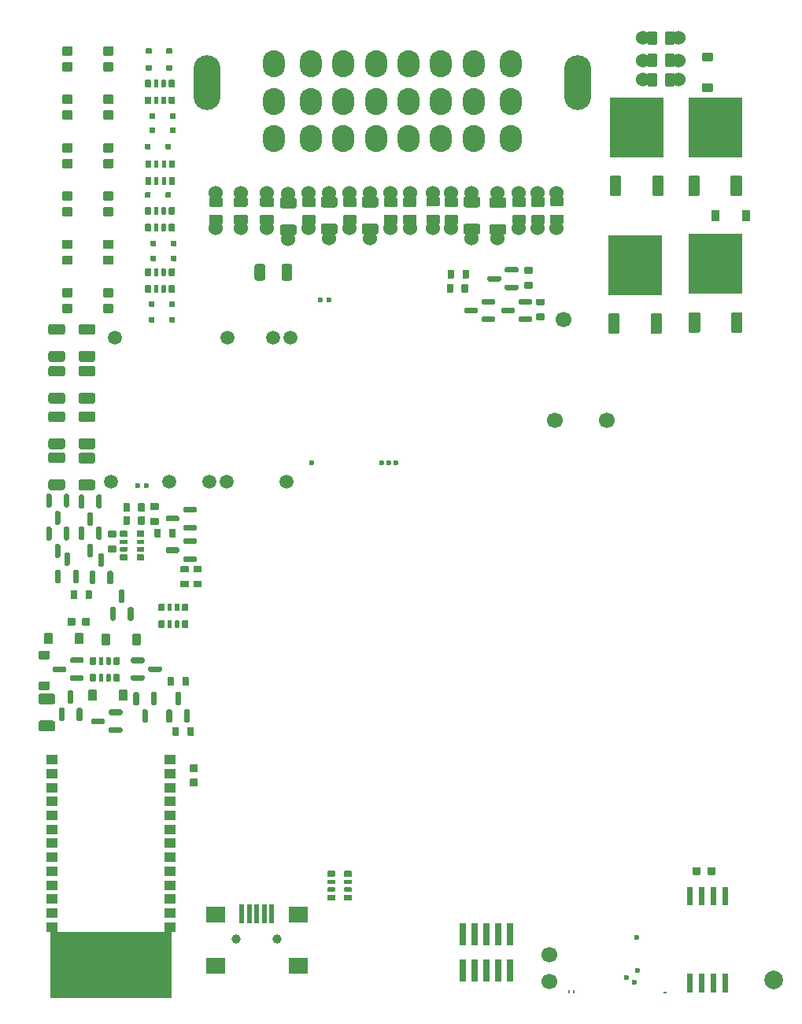
<source format=gts>
G04 #@! TF.GenerationSoftware,KiCad,Pcbnew,(6.0.9)*
G04 #@! TF.CreationDate,2022-12-10T14:02:43+03:00*
G04 #@! TF.ProjectId,alphax_2ch,616c7068-6178-45f3-9263-682e6b696361,E*
G04 #@! TF.SameCoordinates,PX141f5e0PYa2cace0*
G04 #@! TF.FileFunction,Soldermask,Top*
G04 #@! TF.FilePolarity,Negative*
%FSLAX46Y46*%
G04 Gerber Fmt 4.6, Leading zero omitted, Abs format (unit mm)*
G04 Created by KiCad (PCBNEW (6.0.9)) date 2022-12-10 14:02:43*
%MOMM*%
%LPD*%
G01*
G04 APERTURE LIST*
%ADD10C,0.120000*%
%ADD11C,1.524000*%
%ADD12C,1.700000*%
%ADD13C,1.000000*%
%ADD14R,0.500000X2.000000*%
%ADD15R,2.000000X1.700000*%
%ADD16R,5.800000X6.400000*%
%ADD17O,0.499999X0.250000*%
%ADD18O,0.250000X0.499999*%
%ADD19C,0.599999*%
%ADD20C,1.500000*%
%ADD21C,0.600000*%
%ADD22R,1.300000X1.000000*%
%ADD23C,2.000000*%
%ADD24O,2.900000X5.900000*%
%ADD25O,2.400000X2.900000*%
%ADD26R,0.740000X2.400000*%
G04 APERTURE END LIST*
G04 #@! TO.C,U4*
G36*
X19700000Y200000D02*
G01*
X6700000Y200000D01*
X6700000Y7200000D01*
X19700000Y7200000D01*
X19700000Y200000D01*
G37*
D10*
X19700000Y200000D02*
X6700000Y200000D01*
X6700000Y7200000D01*
X19700000Y7200000D01*
X19700000Y200000D01*
G04 #@! TD*
G04 #@! TO.C,R8*
G36*
G01*
X50461417Y83351578D02*
X49211417Y83351578D01*
G75*
G02*
X49111417Y83451578I0J100000D01*
G01*
X49111417Y84251578D01*
G75*
G02*
X49211417Y84351578I100000J0D01*
G01*
X50461417Y84351578D01*
G75*
G02*
X50561417Y84251578I0J-100000D01*
G01*
X50561417Y83451578D01*
G75*
G02*
X50461417Y83351578I-100000J0D01*
G01*
G37*
D11*
X49836417Y82896579D03*
G36*
G01*
X50461417Y85251600D02*
X49211417Y85251600D01*
G75*
G02*
X49111417Y85351600I0J100000D01*
G01*
X49111417Y86151600D01*
G75*
G02*
X49211417Y86251600I100000J0D01*
G01*
X50461417Y86251600D01*
G75*
G02*
X50561417Y86151600I0J-100000D01*
G01*
X50561417Y85351600D01*
G75*
G02*
X50461417Y85251600I-100000J0D01*
G01*
G37*
X49836417Y86706579D03*
G04 #@! TD*
G04 #@! TO.C,R29*
G36*
G01*
X17510000Y53350000D02*
X18290000Y53350000D01*
G75*
G02*
X18360000Y53280000I0J-70000D01*
G01*
X18360000Y52720000D01*
G75*
G02*
X18290000Y52650000I-70000J0D01*
G01*
X17510000Y52650000D01*
G75*
G02*
X17440000Y52720000I0J70000D01*
G01*
X17440000Y53280000D01*
G75*
G02*
X17510000Y53350000I70000J0D01*
G01*
G37*
G36*
G01*
X17510000Y51750000D02*
X18290000Y51750000D01*
G75*
G02*
X18360000Y51680000I0J-70000D01*
G01*
X18360000Y51120000D01*
G75*
G02*
X18290000Y51050000I-70000J0D01*
G01*
X17510000Y51050000D01*
G75*
G02*
X17440000Y51120000I0J70000D01*
G01*
X17440000Y51680000D01*
G75*
G02*
X17510000Y51750000I70000J0D01*
G01*
G37*
G04 #@! TD*
G04 #@! TO.C,R2*
G36*
G01*
X16900000Y76065000D02*
X16900000Y76735000D01*
G75*
G02*
X16965000Y76800000I65000J0D01*
G01*
X17485000Y76800000D01*
G75*
G02*
X17550000Y76735000I0J-65000D01*
G01*
X17550000Y76065000D01*
G75*
G02*
X17485000Y76000000I-65000J0D01*
G01*
X16965000Y76000000D01*
G75*
G02*
X16900000Y76065000I0J65000D01*
G01*
G37*
G36*
G01*
X17875000Y76045000D02*
X17875000Y76755000D01*
G75*
G02*
X17920000Y76800000I45000J0D01*
G01*
X18280000Y76800000D01*
G75*
G02*
X18325000Y76755000I0J-45000D01*
G01*
X18325000Y76045000D01*
G75*
G02*
X18280000Y76000000I-45000J0D01*
G01*
X17920000Y76000000D01*
G75*
G02*
X17875000Y76045000I0J45000D01*
G01*
G37*
G36*
G01*
X18675000Y76045000D02*
X18675000Y76755000D01*
G75*
G02*
X18720000Y76800000I45000J0D01*
G01*
X19080000Y76800000D01*
G75*
G02*
X19125000Y76755000I0J-45000D01*
G01*
X19125000Y76045000D01*
G75*
G02*
X19080000Y76000000I-45000J0D01*
G01*
X18720000Y76000000D01*
G75*
G02*
X18675000Y76045000I0J45000D01*
G01*
G37*
G36*
G01*
X19450000Y76065000D02*
X19450000Y76735000D01*
G75*
G02*
X19515000Y76800000I65000J0D01*
G01*
X20035000Y76800000D01*
G75*
G02*
X20100000Y76735000I0J-65000D01*
G01*
X20100000Y76065000D01*
G75*
G02*
X20035000Y76000000I-65000J0D01*
G01*
X19515000Y76000000D01*
G75*
G02*
X19450000Y76065000I0J65000D01*
G01*
G37*
G36*
G01*
X19450000Y77865000D02*
X19450000Y78535000D01*
G75*
G02*
X19515000Y78600000I65000J0D01*
G01*
X20035000Y78600000D01*
G75*
G02*
X20100000Y78535000I0J-65000D01*
G01*
X20100000Y77865000D01*
G75*
G02*
X20035000Y77800000I-65000J0D01*
G01*
X19515000Y77800000D01*
G75*
G02*
X19450000Y77865000I0J65000D01*
G01*
G37*
G36*
G01*
X18675000Y77845000D02*
X18675000Y78555000D01*
G75*
G02*
X18720000Y78600000I45000J0D01*
G01*
X19080000Y78600000D01*
G75*
G02*
X19125000Y78555000I0J-45000D01*
G01*
X19125000Y77845000D01*
G75*
G02*
X19080000Y77800000I-45000J0D01*
G01*
X18720000Y77800000D01*
G75*
G02*
X18675000Y77845000I0J45000D01*
G01*
G37*
G36*
G01*
X17875000Y77845000D02*
X17875000Y78555000D01*
G75*
G02*
X17920000Y78600000I45000J0D01*
G01*
X18280000Y78600000D01*
G75*
G02*
X18325000Y78555000I0J-45000D01*
G01*
X18325000Y77845000D01*
G75*
G02*
X18280000Y77800000I-45000J0D01*
G01*
X17920000Y77800000D01*
G75*
G02*
X17875000Y77845000I0J45000D01*
G01*
G37*
G36*
G01*
X16900000Y77865000D02*
X16900000Y78535000D01*
G75*
G02*
X16965000Y78600000I65000J0D01*
G01*
X17485000Y78600000D01*
G75*
G02*
X17550000Y78535000I0J-65000D01*
G01*
X17550000Y77865000D01*
G75*
G02*
X17485000Y77800000I-65000J0D01*
G01*
X16965000Y77800000D01*
G75*
G02*
X16900000Y77865000I0J65000D01*
G01*
G37*
G04 #@! TD*
G04 #@! TO.C,R4*
G36*
G01*
X20124000Y90147000D02*
X20124000Y89477000D01*
G75*
G02*
X20059000Y89412000I-65000J0D01*
G01*
X19539000Y89412000D01*
G75*
G02*
X19474000Y89477000I0J65000D01*
G01*
X19474000Y90147000D01*
G75*
G02*
X19539000Y90212000I65000J0D01*
G01*
X20059000Y90212000D01*
G75*
G02*
X20124000Y90147000I0J-65000D01*
G01*
G37*
G36*
G01*
X19149000Y90167000D02*
X19149000Y89457000D01*
G75*
G02*
X19104000Y89412000I-45000J0D01*
G01*
X18744000Y89412000D01*
G75*
G02*
X18699000Y89457000I0J45000D01*
G01*
X18699000Y90167000D01*
G75*
G02*
X18744000Y90212000I45000J0D01*
G01*
X19104000Y90212000D01*
G75*
G02*
X19149000Y90167000I0J-45000D01*
G01*
G37*
G36*
G01*
X18349000Y90167000D02*
X18349000Y89457000D01*
G75*
G02*
X18304000Y89412000I-45000J0D01*
G01*
X17944000Y89412000D01*
G75*
G02*
X17899000Y89457000I0J45000D01*
G01*
X17899000Y90167000D01*
G75*
G02*
X17944000Y90212000I45000J0D01*
G01*
X18304000Y90212000D01*
G75*
G02*
X18349000Y90167000I0J-45000D01*
G01*
G37*
G36*
G01*
X17574000Y90147000D02*
X17574000Y89477000D01*
G75*
G02*
X17509000Y89412000I-65000J0D01*
G01*
X16989000Y89412000D01*
G75*
G02*
X16924000Y89477000I0J65000D01*
G01*
X16924000Y90147000D01*
G75*
G02*
X16989000Y90212000I65000J0D01*
G01*
X17509000Y90212000D01*
G75*
G02*
X17574000Y90147000I0J-65000D01*
G01*
G37*
G36*
G01*
X17574000Y88347000D02*
X17574000Y87677000D01*
G75*
G02*
X17509000Y87612000I-65000J0D01*
G01*
X16989000Y87612000D01*
G75*
G02*
X16924000Y87677000I0J65000D01*
G01*
X16924000Y88347000D01*
G75*
G02*
X16989000Y88412000I65000J0D01*
G01*
X17509000Y88412000D01*
G75*
G02*
X17574000Y88347000I0J-65000D01*
G01*
G37*
G36*
G01*
X18349000Y88367000D02*
X18349000Y87657000D01*
G75*
G02*
X18304000Y87612000I-45000J0D01*
G01*
X17944000Y87612000D01*
G75*
G02*
X17899000Y87657000I0J45000D01*
G01*
X17899000Y88367000D01*
G75*
G02*
X17944000Y88412000I45000J0D01*
G01*
X18304000Y88412000D01*
G75*
G02*
X18349000Y88367000I0J-45000D01*
G01*
G37*
G36*
G01*
X19149000Y88367000D02*
X19149000Y87657000D01*
G75*
G02*
X19104000Y87612000I-45000J0D01*
G01*
X18744000Y87612000D01*
G75*
G02*
X18699000Y87657000I0J45000D01*
G01*
X18699000Y88367000D01*
G75*
G02*
X18744000Y88412000I45000J0D01*
G01*
X19104000Y88412000D01*
G75*
G02*
X19149000Y88367000I0J-45000D01*
G01*
G37*
G36*
G01*
X20124000Y88347000D02*
X20124000Y87677000D01*
G75*
G02*
X20059000Y87612000I-65000J0D01*
G01*
X19539000Y87612000D01*
G75*
G02*
X19474000Y87677000I0J65000D01*
G01*
X19474000Y88347000D01*
G75*
G02*
X19539000Y88412000I65000J0D01*
G01*
X20059000Y88412000D01*
G75*
G02*
X20124000Y88347000I0J-65000D01*
G01*
G37*
G04 #@! TD*
G04 #@! TO.C,C3*
G36*
G01*
X22500000Y22864999D02*
X21820000Y22864999D01*
G75*
G02*
X21735000Y22949999I0J85000D01*
G01*
X21735000Y23629999D01*
G75*
G02*
X21820000Y23714999I85000J0D01*
G01*
X22500000Y23714999D01*
G75*
G02*
X22585000Y23629999I0J-85000D01*
G01*
X22585000Y22949999D01*
G75*
G02*
X22500000Y22864999I-85000J0D01*
G01*
G37*
G36*
G01*
X22500000Y24445001D02*
X21820000Y24445001D01*
G75*
G02*
X21735000Y24530001I0J85000D01*
G01*
X21735000Y25210001D01*
G75*
G02*
X21820000Y25295001I85000J0D01*
G01*
X22500000Y25295001D01*
G75*
G02*
X22585000Y25210001I0J-85000D01*
G01*
X22585000Y24530001D01*
G75*
G02*
X22500000Y24445001I-85000J0D01*
G01*
G37*
G04 #@! TD*
G04 #@! TO.C,R9*
G36*
G01*
X48507571Y83373048D02*
X47257571Y83373048D01*
G75*
G02*
X47157571Y83473048I0J100000D01*
G01*
X47157571Y84273048D01*
G75*
G02*
X47257571Y84373048I100000J0D01*
G01*
X48507571Y84373048D01*
G75*
G02*
X48607571Y84273048I0J-100000D01*
G01*
X48607571Y83473048D01*
G75*
G02*
X48507571Y83373048I-100000J0D01*
G01*
G37*
X47882571Y82918049D03*
G36*
G01*
X48507571Y85273070D02*
X47257571Y85273070D01*
G75*
G02*
X47157571Y85373070I0J100000D01*
G01*
X47157571Y86173070D01*
G75*
G02*
X47257571Y86273070I100000J0D01*
G01*
X48507571Y86273070D01*
G75*
G02*
X48607571Y86173070I0J-100000D01*
G01*
X48607571Y85373070D01*
G75*
G02*
X48507571Y85273070I-100000J0D01*
G01*
G37*
X47882571Y86728049D03*
G04 #@! TD*
G04 #@! TO.C,R21*
G36*
G01*
X8300000Y60094990D02*
X8300000Y59404990D01*
G75*
G02*
X8070000Y59174990I-230000J0D01*
G01*
X6730000Y59174990D01*
G75*
G02*
X6500000Y59404990I0J230000D01*
G01*
X6500000Y60094990D01*
G75*
G02*
X6730000Y60324990I230000J0D01*
G01*
X8070000Y60324990D01*
G75*
G02*
X8300000Y60094990I0J-230000D01*
G01*
G37*
G36*
G01*
X8300000Y62995010D02*
X8300000Y62305010D01*
G75*
G02*
X8070000Y62075010I-230000J0D01*
G01*
X6730000Y62075010D01*
G75*
G02*
X6500000Y62305010I0J230000D01*
G01*
X6500000Y62995010D01*
G75*
G02*
X6730000Y63225010I230000J0D01*
G01*
X8070000Y63225010D01*
G75*
G02*
X8300000Y62995010I0J-230000D01*
G01*
G37*
G04 #@! TD*
G04 #@! TO.C,F4*
X36700000Y86750000D03*
G36*
G01*
X35800000Y85405010D02*
X35800000Y86095010D01*
G75*
G02*
X36030000Y86325010I230000J0D01*
G01*
X37370000Y86325010D01*
G75*
G02*
X37600000Y86095010I0J-230000D01*
G01*
X37600000Y85405010D01*
G75*
G02*
X37370000Y85175010I-230000J0D01*
G01*
X36030000Y85175010D01*
G75*
G02*
X35800000Y85405010I0J230000D01*
G01*
G37*
X36700000Y81850000D03*
G36*
G01*
X35800000Y82504990D02*
X35800000Y83194990D01*
G75*
G02*
X36030000Y83424990I230000J0D01*
G01*
X37370000Y83424990D01*
G75*
G02*
X37600000Y83194990I0J-230000D01*
G01*
X37600000Y82504990D01*
G75*
G02*
X37370000Y82274990I-230000J0D01*
G01*
X36030000Y82274990D01*
G75*
G02*
X35800000Y82504990I0J230000D01*
G01*
G37*
G04 #@! TD*
G04 #@! TO.C,Q13*
G36*
G01*
X57075000Y76700000D02*
X57075000Y76400000D01*
G75*
G02*
X56925000Y76250000I-150000J0D01*
G01*
X55750000Y76250000D01*
G75*
G02*
X55600000Y76400000I0J150000D01*
G01*
X55600000Y76700000D01*
G75*
G02*
X55750000Y76850000I150000J0D01*
G01*
X56925000Y76850000D01*
G75*
G02*
X57075000Y76700000I0J-150000D01*
G01*
G37*
G36*
G01*
X55200000Y77650000D02*
X55200000Y77350000D01*
G75*
G02*
X55050000Y77200000I-150000J0D01*
G01*
X53875000Y77200000D01*
G75*
G02*
X53725000Y77350000I0J150000D01*
G01*
X53725000Y77650000D01*
G75*
G02*
X53875000Y77800000I150000J0D01*
G01*
X55050000Y77800000D01*
G75*
G02*
X55200000Y77650000I0J-150000D01*
G01*
G37*
G36*
G01*
X57075000Y78600000D02*
X57075000Y78300000D01*
G75*
G02*
X56925000Y78150000I-150000J0D01*
G01*
X55750000Y78150000D01*
G75*
G02*
X55600000Y78300000I0J150000D01*
G01*
X55600000Y78600000D01*
G75*
G02*
X55750000Y78750000I150000J0D01*
G01*
X56925000Y78750000D01*
G75*
G02*
X57075000Y78600000I0J-150000D01*
G01*
G37*
G04 #@! TD*
G04 #@! TO.C,D1*
G36*
G01*
X17561499Y80000000D02*
X18041499Y80000000D01*
G75*
G02*
X18101499Y79940000I0J-60000D01*
G01*
X18101499Y79460000D01*
G75*
G02*
X18041499Y79400000I-60000J0D01*
G01*
X17561499Y79400000D01*
G75*
G02*
X17501499Y79460000I0J60000D01*
G01*
X17501499Y79940000D01*
G75*
G02*
X17561499Y80000000I60000J0D01*
G01*
G37*
G36*
G01*
X19761499Y80000000D02*
X20241499Y80000000D01*
G75*
G02*
X20301499Y79940000I0J-60000D01*
G01*
X20301499Y79460000D01*
G75*
G02*
X20241499Y79400000I-60000J0D01*
G01*
X19761499Y79400000D01*
G75*
G02*
X19701499Y79460000I0J60000D01*
G01*
X19701499Y79940000D01*
G75*
G02*
X19761499Y80000000I60000J0D01*
G01*
G37*
G04 #@! TD*
G04 #@! TO.C,D15*
G36*
G01*
X13399998Y84200001D02*
X12499998Y84200001D01*
G75*
G02*
X12399998Y84300001I0J100000D01*
G01*
X12399998Y85100001D01*
G75*
G02*
X12499998Y85200001I100000J0D01*
G01*
X13399998Y85200001D01*
G75*
G02*
X13499998Y85100001I0J-100000D01*
G01*
X13499998Y84300001D01*
G75*
G02*
X13399998Y84200001I-100000J0D01*
G01*
G37*
G36*
G01*
X13399998Y85900001D02*
X12499998Y85900001D01*
G75*
G02*
X12399998Y86000001I0J100000D01*
G01*
X12399998Y86800001D01*
G75*
G02*
X12499998Y86900001I100000J0D01*
G01*
X13399998Y86900001D01*
G75*
G02*
X13499998Y86800001I0J-100000D01*
G01*
X13499998Y86000001D01*
G75*
G02*
X13399998Y85900001I-100000J0D01*
G01*
G37*
G04 #@! TD*
G04 #@! TO.C,D6*
G36*
G01*
X17058502Y102312502D02*
X17538502Y102312502D01*
G75*
G02*
X17598502Y102252502I0J-60000D01*
G01*
X17598502Y101772502D01*
G75*
G02*
X17538502Y101712502I-60000J0D01*
G01*
X17058502Y101712502D01*
G75*
G02*
X16998502Y101772502I0J60000D01*
G01*
X16998502Y102252502D01*
G75*
G02*
X17058502Y102312502I60000J0D01*
G01*
G37*
G36*
G01*
X19258502Y102312502D02*
X19738502Y102312502D01*
G75*
G02*
X19798502Y102252502I0J-60000D01*
G01*
X19798502Y101772502D01*
G75*
G02*
X19738502Y101712502I-60000J0D01*
G01*
X19258502Y101712502D01*
G75*
G02*
X19198502Y101772502I0J60000D01*
G01*
X19198502Y102252502D01*
G75*
G02*
X19258502Y102312502I60000J0D01*
G01*
G37*
G04 #@! TD*
G04 #@! TO.C,Q1*
G36*
G01*
X14465000Y29110000D02*
X14465000Y28810000D01*
G75*
G02*
X14315000Y28660000I-150000J0D01*
G01*
X13140000Y28660000D01*
G75*
G02*
X12990000Y28810000I0J150000D01*
G01*
X12990000Y29110000D01*
G75*
G02*
X13140000Y29260000I150000J0D01*
G01*
X14315000Y29260000D01*
G75*
G02*
X14465000Y29110000I0J-150000D01*
G01*
G37*
G36*
G01*
X12590000Y30060000D02*
X12590000Y29760000D01*
G75*
G02*
X12440000Y29610000I-150000J0D01*
G01*
X11265000Y29610000D01*
G75*
G02*
X11115000Y29760000I0J150000D01*
G01*
X11115000Y30060000D01*
G75*
G02*
X11265000Y30210000I150000J0D01*
G01*
X12440000Y30210000D01*
G75*
G02*
X12590000Y30060000I0J-150000D01*
G01*
G37*
G36*
G01*
X14465000Y31010000D02*
X14465000Y30710000D01*
G75*
G02*
X14315000Y30560000I-150000J0D01*
G01*
X13140000Y30560000D01*
G75*
G02*
X12990000Y30710000I0J150000D01*
G01*
X12990000Y31010000D01*
G75*
G02*
X13140000Y31160000I150000J0D01*
G01*
X14315000Y31160000D01*
G75*
G02*
X14465000Y31010000I0J-150000D01*
G01*
G37*
G04 #@! TD*
G04 #@! TO.C,R24*
G36*
G01*
X8300000Y64994990D02*
X8300000Y64304990D01*
G75*
G02*
X8070000Y64074990I-230000J0D01*
G01*
X6730000Y64074990D01*
G75*
G02*
X6500000Y64304990I0J230000D01*
G01*
X6500000Y64994990D01*
G75*
G02*
X6730000Y65224990I230000J0D01*
G01*
X8070000Y65224990D01*
G75*
G02*
X8300000Y64994990I0J-230000D01*
G01*
G37*
G36*
G01*
X8300000Y67895010D02*
X8300000Y67205010D01*
G75*
G02*
X8070000Y66975010I-230000J0D01*
G01*
X6730000Y66975010D01*
G75*
G02*
X6500000Y67205010I0J230000D01*
G01*
X6500000Y67895010D01*
G75*
G02*
X6730000Y68125010I230000J0D01*
G01*
X8070000Y68125010D01*
G75*
G02*
X8300000Y67895010I0J-230000D01*
G01*
G37*
G04 #@! TD*
G04 #@! TO.C,D28*
G36*
G01*
X10250000Y39310000D02*
X10250000Y38290000D01*
G75*
G02*
X10160000Y38200000I-90000J0D01*
G01*
X9440000Y38200000D01*
G75*
G02*
X9350000Y38290000I0J90000D01*
G01*
X9350000Y39310000D01*
G75*
G02*
X9440000Y39400000I90000J0D01*
G01*
X10160000Y39400000D01*
G75*
G02*
X10250000Y39310000I0J-90000D01*
G01*
G37*
G36*
G01*
X6950000Y39310000D02*
X6950000Y38290000D01*
G75*
G02*
X6860000Y38200000I-90000J0D01*
G01*
X6140000Y38200000D01*
G75*
G02*
X6050000Y38290000I0J90000D01*
G01*
X6050000Y39310000D01*
G75*
G02*
X6140000Y39400000I90000J0D01*
G01*
X6860000Y39400000D01*
G75*
G02*
X6950000Y39310000I0J-90000D01*
G01*
G37*
G04 #@! TD*
G04 #@! TO.C,D12*
G36*
G01*
X13399998Y79000001D02*
X12499998Y79000001D01*
G75*
G02*
X12399998Y79100001I0J100000D01*
G01*
X12399998Y79900001D01*
G75*
G02*
X12499998Y80000001I100000J0D01*
G01*
X13399998Y80000001D01*
G75*
G02*
X13499998Y79900001I0J-100000D01*
G01*
X13499998Y79100001D01*
G75*
G02*
X13399998Y79000001I-100000J0D01*
G01*
G37*
G36*
G01*
X13399998Y80700001D02*
X12499998Y80700001D01*
G75*
G02*
X12399998Y80800001I0J100000D01*
G01*
X12399998Y81600001D01*
G75*
G02*
X12499998Y81700001I100000J0D01*
G01*
X13399998Y81700001D01*
G75*
G02*
X13499998Y81600001I0J-100000D01*
G01*
X13499998Y80800001D01*
G75*
G02*
X13399998Y80700001I-100000J0D01*
G01*
G37*
G04 #@! TD*
D12*
G04 #@! TO.C,P2*
X61958000Y73100000D03*
G04 #@! TD*
G04 #@! TO.C,R38*
G36*
G01*
X19850000Y28410000D02*
X19850000Y29190000D01*
G75*
G02*
X19920000Y29260000I70000J0D01*
G01*
X20480000Y29260000D01*
G75*
G02*
X20550000Y29190000I0J-70000D01*
G01*
X20550000Y28410000D01*
G75*
G02*
X20480000Y28340000I-70000J0D01*
G01*
X19920000Y28340000D01*
G75*
G02*
X19850000Y28410000I0J70000D01*
G01*
G37*
G36*
G01*
X21450000Y28410000D02*
X21450000Y29190000D01*
G75*
G02*
X21520000Y29260000I70000J0D01*
G01*
X22080000Y29260000D01*
G75*
G02*
X22150000Y29190000I0J-70000D01*
G01*
X22150000Y28410000D01*
G75*
G02*
X22080000Y28340000I-70000J0D01*
G01*
X21520000Y28340000D01*
G75*
G02*
X21450000Y28410000I0J70000D01*
G01*
G37*
G04 #@! TD*
G04 #@! TO.C,D22*
G36*
G01*
X17060000Y100500000D02*
X17540000Y100500000D01*
G75*
G02*
X17600000Y100440000I0J-60000D01*
G01*
X17600000Y99960000D01*
G75*
G02*
X17540000Y99900000I-60000J0D01*
G01*
X17060000Y99900000D01*
G75*
G02*
X17000000Y99960000I0J60000D01*
G01*
X17000000Y100440000D01*
G75*
G02*
X17060000Y100500000I60000J0D01*
G01*
G37*
G36*
G01*
X19260000Y100500000D02*
X19740000Y100500000D01*
G75*
G02*
X19800000Y100440000I0J-60000D01*
G01*
X19800000Y99960000D01*
G75*
G02*
X19740000Y99900000I-60000J0D01*
G01*
X19260000Y99900000D01*
G75*
G02*
X19200000Y99960000I0J60000D01*
G01*
X19200000Y100440000D01*
G75*
G02*
X19260000Y100500000I60000J0D01*
G01*
G37*
G04 #@! TD*
G04 #@! TO.C,R32*
G36*
G01*
X51650000Y76856000D02*
X51650000Y76076000D01*
G75*
G02*
X51580000Y76006000I-70000J0D01*
G01*
X51020000Y76006000D01*
G75*
G02*
X50950000Y76076000I0J70000D01*
G01*
X50950000Y76856000D01*
G75*
G02*
X51020000Y76926000I70000J0D01*
G01*
X51580000Y76926000D01*
G75*
G02*
X51650000Y76856000I0J-70000D01*
G01*
G37*
G36*
G01*
X50050000Y76856000D02*
X50050000Y76076000D01*
G75*
G02*
X49980000Y76006000I-70000J0D01*
G01*
X49420000Y76006000D01*
G75*
G02*
X49350000Y76076000I0J70000D01*
G01*
X49350000Y76856000D01*
G75*
G02*
X49420000Y76926000I70000J0D01*
G01*
X49980000Y76926000D01*
G75*
G02*
X50050000Y76856000I0J-70000D01*
G01*
G37*
G04 #@! TD*
G04 #@! TO.C,D11*
G36*
G01*
X13399998Y94600001D02*
X12499998Y94600001D01*
G75*
G02*
X12399998Y94700001I0J100000D01*
G01*
X12399998Y95500001D01*
G75*
G02*
X12499998Y95600001I100000J0D01*
G01*
X13399998Y95600001D01*
G75*
G02*
X13499998Y95500001I0J-100000D01*
G01*
X13499998Y94700001D01*
G75*
G02*
X13399998Y94600001I-100000J0D01*
G01*
G37*
G36*
G01*
X13399998Y96300001D02*
X12499998Y96300001D01*
G75*
G02*
X12399998Y96400001I0J100000D01*
G01*
X12399998Y97200001D01*
G75*
G02*
X12499998Y97300001I100000J0D01*
G01*
X13399998Y97300001D01*
G75*
G02*
X13499998Y97200001I0J-100000D01*
G01*
X13499998Y96400001D01*
G75*
G02*
X13399998Y96300001I-100000J0D01*
G01*
G37*
G04 #@! TD*
G04 #@! TO.C,R11*
G36*
G01*
X25125000Y83349999D02*
X23875000Y83349999D01*
G75*
G02*
X23775000Y83449999I0J100000D01*
G01*
X23775000Y84249999D01*
G75*
G02*
X23875000Y84349999I100000J0D01*
G01*
X25125000Y84349999D01*
G75*
G02*
X25225000Y84249999I0J-100000D01*
G01*
X25225000Y83449999D01*
G75*
G02*
X25125000Y83349999I-100000J0D01*
G01*
G37*
D11*
X24500000Y82895000D03*
X24500000Y86705000D03*
G36*
G01*
X25125000Y85250021D02*
X23875000Y85250021D01*
G75*
G02*
X23775000Y85350021I0J100000D01*
G01*
X23775000Y86150021D01*
G75*
G02*
X23875000Y86250021I100000J0D01*
G01*
X25125000Y86250021D01*
G75*
G02*
X25225000Y86150021I0J-100000D01*
G01*
X25225000Y85350021D01*
G75*
G02*
X25125000Y85250021I-100000J0D01*
G01*
G37*
G04 #@! TD*
G04 #@! TO.C,R6*
G36*
G01*
X73850001Y104025000D02*
X73850001Y102775000D01*
G75*
G02*
X73750001Y102675000I-100000J0D01*
G01*
X72950001Y102675000D01*
G75*
G02*
X72850001Y102775000I0J100000D01*
G01*
X72850001Y104025000D01*
G75*
G02*
X72950001Y104125000I100000J0D01*
G01*
X73750001Y104125000D01*
G75*
G02*
X73850001Y104025000I0J-100000D01*
G01*
G37*
X74305000Y103400000D03*
G36*
G01*
X71949979Y104025000D02*
X71949979Y102775000D01*
G75*
G02*
X71849979Y102675000I-100000J0D01*
G01*
X71049979Y102675000D01*
G75*
G02*
X70949979Y102775000I0J100000D01*
G01*
X70949979Y104025000D01*
G75*
G02*
X71049979Y104125000I100000J0D01*
G01*
X71849979Y104125000D01*
G75*
G02*
X71949979Y104025000I0J-100000D01*
G01*
G37*
X70495000Y103400000D03*
G04 #@! TD*
D13*
G04 #@! TO.C,J1*
X26710000Y6475000D03*
X31110000Y6475000D03*
D14*
X27310000Y9175000D03*
X28110000Y9175000D03*
X28910000Y9175000D03*
X29710000Y9175000D03*
X30510000Y9175000D03*
D15*
X33360000Y3625000D03*
X24460000Y3625000D03*
X33360000Y9075000D03*
X24460000Y9075000D03*
G04 #@! TD*
G04 #@! TO.C,R36*
G36*
G01*
X11522072Y55654980D02*
X11522072Y54964980D01*
G75*
G02*
X11292072Y54734980I-230000J0D01*
G01*
X9952072Y54734980D01*
G75*
G02*
X9722072Y54964980I0J230000D01*
G01*
X9722072Y55654980D01*
G75*
G02*
X9952072Y55884980I230000J0D01*
G01*
X11292072Y55884980D01*
G75*
G02*
X11522072Y55654980I0J-230000D01*
G01*
G37*
G36*
G01*
X11522072Y58555000D02*
X11522072Y57865000D01*
G75*
G02*
X11292072Y57635000I-230000J0D01*
G01*
X9952072Y57635000D01*
G75*
G02*
X9722072Y57865000I0J230000D01*
G01*
X9722072Y58555000D01*
G75*
G02*
X9952072Y58785000I230000J0D01*
G01*
X11292072Y58785000D01*
G75*
G02*
X11522072Y58555000I0J-230000D01*
G01*
G37*
G04 #@! TD*
G04 #@! TO.C,Q8*
G36*
G01*
X76420000Y86400000D02*
X75460000Y86400000D01*
G75*
G02*
X75340000Y86520000I0J120000D01*
G01*
X75340000Y88480000D01*
G75*
G02*
X75460000Y88600000I120000J0D01*
G01*
X76420000Y88600000D01*
G75*
G02*
X76540000Y88480000I0J-120000D01*
G01*
X76540000Y86520000D01*
G75*
G02*
X76420000Y86400000I-120000J0D01*
G01*
G37*
D16*
X78220000Y93800000D03*
G36*
G01*
X80980000Y86400000D02*
X80020000Y86400000D01*
G75*
G02*
X79900000Y86520000I0J120000D01*
G01*
X79900000Y88480000D01*
G75*
G02*
X80020000Y88600000I120000J0D01*
G01*
X80980000Y88600000D01*
G75*
G02*
X81100000Y88480000I0J-120000D01*
G01*
X81100000Y86520000D01*
G75*
G02*
X80980000Y86400000I-120000J0D01*
G01*
G37*
G04 #@! TD*
G04 #@! TO.C,Q4*
G36*
G01*
X8300000Y50825000D02*
X8600000Y50825000D01*
G75*
G02*
X8750000Y50675000I0J-150000D01*
G01*
X8750000Y49500000D01*
G75*
G02*
X8600000Y49350000I-150000J0D01*
G01*
X8300000Y49350000D01*
G75*
G02*
X8150000Y49500000I0J150000D01*
G01*
X8150000Y50675000D01*
G75*
G02*
X8300000Y50825000I150000J0D01*
G01*
G37*
G36*
G01*
X7350000Y48950000D02*
X7650000Y48950000D01*
G75*
G02*
X7800000Y48800000I0J-150000D01*
G01*
X7800000Y47625000D01*
G75*
G02*
X7650000Y47475000I-150000J0D01*
G01*
X7350000Y47475000D01*
G75*
G02*
X7200000Y47625000I0J150000D01*
G01*
X7200000Y48800000D01*
G75*
G02*
X7350000Y48950000I150000J0D01*
G01*
G37*
G36*
G01*
X6400000Y50825000D02*
X6700000Y50825000D01*
G75*
G02*
X6850000Y50675000I0J-150000D01*
G01*
X6850000Y49500000D01*
G75*
G02*
X6700000Y49350000I-150000J0D01*
G01*
X6400000Y49350000D01*
G75*
G02*
X6250000Y49500000I0J150000D01*
G01*
X6250000Y50675000D01*
G75*
G02*
X6400000Y50825000I150000J0D01*
G01*
G37*
G04 #@! TD*
G04 #@! TO.C,R30*
G36*
G01*
X59808000Y73050000D02*
X59028000Y73050000D01*
G75*
G02*
X58958000Y73120000I0J70000D01*
G01*
X58958000Y73680000D01*
G75*
G02*
X59028000Y73750000I70000J0D01*
G01*
X59808000Y73750000D01*
G75*
G02*
X59878000Y73680000I0J-70000D01*
G01*
X59878000Y73120000D01*
G75*
G02*
X59808000Y73050000I-70000J0D01*
G01*
G37*
G36*
G01*
X59808000Y74650000D02*
X59028000Y74650000D01*
G75*
G02*
X58958000Y74720000I0J70000D01*
G01*
X58958000Y75280000D01*
G75*
G02*
X59028000Y75350000I70000J0D01*
G01*
X59808000Y75350000D01*
G75*
G02*
X59878000Y75280000I0J-70000D01*
G01*
X59878000Y74720000D01*
G75*
G02*
X59808000Y74650000I-70000J0D01*
G01*
G37*
G04 #@! TD*
G04 #@! TO.C,R41*
G36*
G01*
X20760000Y46600000D02*
X21540000Y46600000D01*
G75*
G02*
X21610000Y46530000I0J-70000D01*
G01*
X21610000Y45970000D01*
G75*
G02*
X21540000Y45900000I-70000J0D01*
G01*
X20760000Y45900000D01*
G75*
G02*
X20690000Y45970000I0J70000D01*
G01*
X20690000Y46530000D01*
G75*
G02*
X20760000Y46600000I70000J0D01*
G01*
G37*
G36*
G01*
X20760000Y45000000D02*
X21540000Y45000000D01*
G75*
G02*
X21610000Y44930000I0J-70000D01*
G01*
X21610000Y44370000D01*
G75*
G02*
X21540000Y44300000I-70000J0D01*
G01*
X20760000Y44300000D01*
G75*
G02*
X20690000Y44370000I0J70000D01*
G01*
X20690000Y44930000D01*
G75*
G02*
X20760000Y45000000I70000J0D01*
G01*
G37*
G04 #@! TD*
G04 #@! TO.C,Q15*
G36*
G01*
X11400000Y44625000D02*
X11100000Y44625000D01*
G75*
G02*
X10950000Y44775000I0J150000D01*
G01*
X10950000Y45950000D01*
G75*
G02*
X11100000Y46100000I150000J0D01*
G01*
X11400000Y46100000D01*
G75*
G02*
X11550000Y45950000I0J-150000D01*
G01*
X11550000Y44775000D01*
G75*
G02*
X11400000Y44625000I-150000J0D01*
G01*
G37*
G36*
G01*
X12350000Y46500000D02*
X12050000Y46500000D01*
G75*
G02*
X11900000Y46650000I0J150000D01*
G01*
X11900000Y47825000D01*
G75*
G02*
X12050000Y47975000I150000J0D01*
G01*
X12350000Y47975000D01*
G75*
G02*
X12500000Y47825000I0J-150000D01*
G01*
X12500000Y46650000D01*
G75*
G02*
X12350000Y46500000I-150000J0D01*
G01*
G37*
G36*
G01*
X13300000Y44625000D02*
X13000000Y44625000D01*
G75*
G02*
X12850000Y44775000I0J150000D01*
G01*
X12850000Y45950000D01*
G75*
G02*
X13000000Y46100000I150000J0D01*
G01*
X13300000Y46100000D01*
G75*
G02*
X13450000Y45950000I0J-150000D01*
G01*
X13450000Y44775000D01*
G75*
G02*
X13300000Y44625000I-150000J0D01*
G01*
G37*
G04 #@! TD*
G04 #@! TO.C,R17*
G36*
G01*
X39525000Y83349999D02*
X38275000Y83349999D01*
G75*
G02*
X38175000Y83449999I0J100000D01*
G01*
X38175000Y84249999D01*
G75*
G02*
X38275000Y84349999I100000J0D01*
G01*
X39525000Y84349999D01*
G75*
G02*
X39625000Y84249999I0J-100000D01*
G01*
X39625000Y83449999D01*
G75*
G02*
X39525000Y83349999I-100000J0D01*
G01*
G37*
D11*
X38900000Y82895000D03*
G36*
G01*
X39525000Y85250021D02*
X38275000Y85250021D01*
G75*
G02*
X38175000Y85350021I0J100000D01*
G01*
X38175000Y86150021D01*
G75*
G02*
X38275000Y86250021I100000J0D01*
G01*
X39525000Y86250021D01*
G75*
G02*
X39625000Y86150021I0J-100000D01*
G01*
X39625000Y85350021D01*
G75*
G02*
X39525000Y85250021I-100000J0D01*
G01*
G37*
X38900000Y86705000D03*
G04 #@! TD*
G04 #@! TO.C,R33*
G36*
G01*
X51750000Y78380000D02*
X51750000Y77600000D01*
G75*
G02*
X51680000Y77530000I-70000J0D01*
G01*
X51120000Y77530000D01*
G75*
G02*
X51050000Y77600000I0J70000D01*
G01*
X51050000Y78380000D01*
G75*
G02*
X51120000Y78450000I70000J0D01*
G01*
X51680000Y78450000D01*
G75*
G02*
X51750000Y78380000I0J-70000D01*
G01*
G37*
G36*
G01*
X50150000Y78380000D02*
X50150000Y77600000D01*
G75*
G02*
X50080000Y77530000I-70000J0D01*
G01*
X49520000Y77530000D01*
G75*
G02*
X49450000Y77600000I0J70000D01*
G01*
X49450000Y78380000D01*
G75*
G02*
X49520000Y78450000I70000J0D01*
G01*
X50080000Y78450000D01*
G75*
G02*
X50150000Y78380000I0J-70000D01*
G01*
G37*
G04 #@! TD*
D17*
G04 #@! TO.C,M8*
X72877495Y726666D03*
D18*
X62527501Y776664D03*
X63027502Y776664D03*
D19*
X69577499Y1826662D03*
X68702497Y2351662D03*
X69877501Y3101660D03*
X69802498Y6651661D03*
G04 #@! TD*
G04 #@! TO.C,Q19*
G36*
G01*
X19652000Y29723000D02*
X19352000Y29723000D01*
G75*
G02*
X19202000Y29873000I0J150000D01*
G01*
X19202000Y31048000D01*
G75*
G02*
X19352000Y31198000I150000J0D01*
G01*
X19652000Y31198000D01*
G75*
G02*
X19802000Y31048000I0J-150000D01*
G01*
X19802000Y29873000D01*
G75*
G02*
X19652000Y29723000I-150000J0D01*
G01*
G37*
G36*
G01*
X20602000Y31598000D02*
X20302000Y31598000D01*
G75*
G02*
X20152000Y31748000I0J150000D01*
G01*
X20152000Y32923000D01*
G75*
G02*
X20302000Y33073000I150000J0D01*
G01*
X20602000Y33073000D01*
G75*
G02*
X20752000Y32923000I0J-150000D01*
G01*
X20752000Y31748000D01*
G75*
G02*
X20602000Y31598000I-150000J0D01*
G01*
G37*
G36*
G01*
X21552000Y29723000D02*
X21252000Y29723000D01*
G75*
G02*
X21102000Y29873000I0J150000D01*
G01*
X21102000Y31048000D01*
G75*
G02*
X21252000Y31198000I150000J0D01*
G01*
X21552000Y31198000D01*
G75*
G02*
X21702000Y31048000I0J-150000D01*
G01*
X21702000Y29873000D01*
G75*
G02*
X21552000Y29723000I-150000J0D01*
G01*
G37*
G04 #@! TD*
G04 #@! TO.C,Q18*
G36*
G01*
X17696000Y33073000D02*
X17996000Y33073000D01*
G75*
G02*
X18146000Y32923000I0J-150000D01*
G01*
X18146000Y31748000D01*
G75*
G02*
X17996000Y31598000I-150000J0D01*
G01*
X17696000Y31598000D01*
G75*
G02*
X17546000Y31748000I0J150000D01*
G01*
X17546000Y32923000D01*
G75*
G02*
X17696000Y33073000I150000J0D01*
G01*
G37*
G36*
G01*
X16746000Y31198000D02*
X17046000Y31198000D01*
G75*
G02*
X17196000Y31048000I0J-150000D01*
G01*
X17196000Y29873000D01*
G75*
G02*
X17046000Y29723000I-150000J0D01*
G01*
X16746000Y29723000D01*
G75*
G02*
X16596000Y29873000I0J150000D01*
G01*
X16596000Y31048000D01*
G75*
G02*
X16746000Y31198000I150000J0D01*
G01*
G37*
G36*
G01*
X15796000Y33073000D02*
X16096000Y33073000D01*
G75*
G02*
X16246000Y32923000I0J-150000D01*
G01*
X16246000Y31748000D01*
G75*
G02*
X16096000Y31598000I-150000J0D01*
G01*
X15796000Y31598000D01*
G75*
G02*
X15646000Y31748000I0J150000D01*
G01*
X15646000Y32923000D01*
G75*
G02*
X15796000Y33073000I150000J0D01*
G01*
G37*
G04 #@! TD*
G04 #@! TO.C,R34*
G36*
G01*
X11550000Y60094990D02*
X11550000Y59404990D01*
G75*
G02*
X11320000Y59174990I-230000J0D01*
G01*
X9980000Y59174990D01*
G75*
G02*
X9750000Y59404990I0J230000D01*
G01*
X9750000Y60094990D01*
G75*
G02*
X9980000Y60324990I230000J0D01*
G01*
X11320000Y60324990D01*
G75*
G02*
X11550000Y60094990I0J-230000D01*
G01*
G37*
G36*
G01*
X11550000Y62995010D02*
X11550000Y62305010D01*
G75*
G02*
X11320000Y62075010I-230000J0D01*
G01*
X9980000Y62075010D01*
G75*
G02*
X9750000Y62305010I0J230000D01*
G01*
X9750000Y62995010D01*
G75*
G02*
X9980000Y63225010I230000J0D01*
G01*
X11320000Y63225010D01*
G75*
G02*
X11550000Y62995010I0J-230000D01*
G01*
G37*
G04 #@! TD*
G04 #@! TO.C,D26*
G36*
G01*
X77800000Y83790000D02*
X77800000Y84810000D01*
G75*
G02*
X77890000Y84900000I90000J0D01*
G01*
X78610000Y84900000D01*
G75*
G02*
X78700000Y84810000I0J-90000D01*
G01*
X78700000Y83790000D01*
G75*
G02*
X78610000Y83700000I-90000J0D01*
G01*
X77890000Y83700000D01*
G75*
G02*
X77800000Y83790000I0J90000D01*
G01*
G37*
G36*
G01*
X81100000Y83790000D02*
X81100000Y84810000D01*
G75*
G02*
X81190000Y84900000I90000J0D01*
G01*
X81910000Y84900000D01*
G75*
G02*
X82000000Y84810000I0J-90000D01*
G01*
X82000000Y83790000D01*
G75*
G02*
X81910000Y83700000I-90000J0D01*
G01*
X81190000Y83700000D01*
G75*
G02*
X81100000Y83790000I0J90000D01*
G01*
G37*
G04 #@! TD*
G04 #@! TO.C,Q22*
G36*
G01*
X10305000Y34710000D02*
X10305000Y34410000D01*
G75*
G02*
X10155000Y34260000I-150000J0D01*
G01*
X8980000Y34260000D01*
G75*
G02*
X8830000Y34410000I0J150000D01*
G01*
X8830000Y34710000D01*
G75*
G02*
X8980000Y34860000I150000J0D01*
G01*
X10155000Y34860000D01*
G75*
G02*
X10305000Y34710000I0J-150000D01*
G01*
G37*
G36*
G01*
X8430000Y35660000D02*
X8430000Y35360000D01*
G75*
G02*
X8280000Y35210000I-150000J0D01*
G01*
X7105000Y35210000D01*
G75*
G02*
X6955000Y35360000I0J150000D01*
G01*
X6955000Y35660000D01*
G75*
G02*
X7105000Y35810000I150000J0D01*
G01*
X8280000Y35810000D01*
G75*
G02*
X8430000Y35660000I0J-150000D01*
G01*
G37*
G36*
G01*
X10305000Y36610000D02*
X10305000Y36310000D01*
G75*
G02*
X10155000Y36160000I-150000J0D01*
G01*
X8980000Y36160000D01*
G75*
G02*
X8830000Y36310000I0J150000D01*
G01*
X8830000Y36610000D01*
G75*
G02*
X8980000Y36760000I150000J0D01*
G01*
X10155000Y36760000D01*
G75*
G02*
X10305000Y36610000I0J-150000D01*
G01*
G37*
G04 #@! TD*
D11*
G04 #@! TO.C,R16*
X45400000Y82895000D03*
G36*
G01*
X46025000Y83349999D02*
X44775000Y83349999D01*
G75*
G02*
X44675000Y83449999I0J100000D01*
G01*
X44675000Y84249999D01*
G75*
G02*
X44775000Y84349999I100000J0D01*
G01*
X46025000Y84349999D01*
G75*
G02*
X46125000Y84249999I0J-100000D01*
G01*
X46125000Y83449999D01*
G75*
G02*
X46025000Y83349999I-100000J0D01*
G01*
G37*
G36*
G01*
X46025000Y85250021D02*
X44775000Y85250021D01*
G75*
G02*
X44675000Y85350021I0J100000D01*
G01*
X44675000Y86150021D01*
G75*
G02*
X44775000Y86250021I100000J0D01*
G01*
X46025000Y86250021D01*
G75*
G02*
X46125000Y86150021I0J-100000D01*
G01*
X46125000Y85350021D01*
G75*
G02*
X46025000Y85250021I-100000J0D01*
G01*
G37*
X45400000Y86705000D03*
G04 #@! TD*
G04 #@! TO.C,D9*
G36*
G01*
X8999998Y79000001D02*
X8099998Y79000001D01*
G75*
G02*
X7999998Y79100001I0J100000D01*
G01*
X7999998Y79900001D01*
G75*
G02*
X8099998Y80000001I100000J0D01*
G01*
X8999998Y80000001D01*
G75*
G02*
X9099998Y79900001I0J-100000D01*
G01*
X9099998Y79100001D01*
G75*
G02*
X8999998Y79000001I-100000J0D01*
G01*
G37*
G36*
G01*
X8999998Y80700001D02*
X8099998Y80700001D01*
G75*
G02*
X7999998Y80800001I0J100000D01*
G01*
X7999998Y81600001D01*
G75*
G02*
X8099998Y81700001I100000J0D01*
G01*
X8999998Y81700001D01*
G75*
G02*
X9099998Y81600001I0J-100000D01*
G01*
X9099998Y80800001D01*
G75*
G02*
X8999998Y80700001I-100000J0D01*
G01*
G37*
G04 #@! TD*
D12*
G04 #@! TO.C,P3*
X60400000Y1900000D03*
G04 #@! TD*
G04 #@! TO.C,D8*
G36*
G01*
X19640000Y91406000D02*
X19160000Y91406000D01*
G75*
G02*
X19100000Y91466000I0J60000D01*
G01*
X19100000Y91946000D01*
G75*
G02*
X19160000Y92006000I60000J0D01*
G01*
X19640000Y92006000D01*
G75*
G02*
X19700000Y91946000I0J-60000D01*
G01*
X19700000Y91466000D01*
G75*
G02*
X19640000Y91406000I-60000J0D01*
G01*
G37*
G36*
G01*
X17440000Y91406000D02*
X16960000Y91406000D01*
G75*
G02*
X16900000Y91466000I0J60000D01*
G01*
X16900000Y91946000D01*
G75*
G02*
X16960000Y92006000I60000J0D01*
G01*
X17440000Y92006000D01*
G75*
G02*
X17500000Y91946000I0J-60000D01*
G01*
X17500000Y91466000D01*
G75*
G02*
X17440000Y91406000I-60000J0D01*
G01*
G37*
G04 #@! TD*
G04 #@! TO.C,D14*
G36*
G01*
X8999998Y99800001D02*
X8099998Y99800001D01*
G75*
G02*
X7999998Y99900001I0J100000D01*
G01*
X7999998Y100700001D01*
G75*
G02*
X8099998Y100800001I100000J0D01*
G01*
X8999998Y100800001D01*
G75*
G02*
X9099998Y100700001I0J-100000D01*
G01*
X9099998Y99900001D01*
G75*
G02*
X8999998Y99800001I-100000J0D01*
G01*
G37*
G36*
G01*
X8999998Y101500001D02*
X8099998Y101500001D01*
G75*
G02*
X7999998Y101600001I0J100000D01*
G01*
X7999998Y102400001D01*
G75*
G02*
X8099998Y102500001I100000J0D01*
G01*
X8999998Y102500001D01*
G75*
G02*
X9099998Y102400001I0J-100000D01*
G01*
X9099998Y101600001D01*
G75*
G02*
X8999998Y101500001I-100000J0D01*
G01*
G37*
G04 #@! TD*
D20*
G04 #@! TO.C,M1*
X32074999Y55675006D03*
X25675002Y55675006D03*
X23774999Y55675006D03*
X19474999Y55675006D03*
D21*
X17075002Y55225007D03*
X16075001Y55225007D03*
D20*
X13224999Y55675006D03*
X32525001Y71175003D03*
X30675002Y71175003D03*
X25724999Y71175003D03*
X13675001Y71175003D03*
G04 #@! TD*
G04 #@! TO.C,R47*
G36*
G01*
X5430000Y31955010D02*
X5430000Y32645010D01*
G75*
G02*
X5660000Y32875010I230000J0D01*
G01*
X7000000Y32875010D01*
G75*
G02*
X7230000Y32645010I0J-230000D01*
G01*
X7230000Y31955010D01*
G75*
G02*
X7000000Y31725010I-230000J0D01*
G01*
X5660000Y31725010D01*
G75*
G02*
X5430000Y31955010I0J230000D01*
G01*
G37*
G36*
G01*
X5430000Y29054990D02*
X5430000Y29744990D01*
G75*
G02*
X5660000Y29974990I230000J0D01*
G01*
X7000000Y29974990D01*
G75*
G02*
X7230000Y29744990I0J-230000D01*
G01*
X7230000Y29054990D01*
G75*
G02*
X7000000Y28824990I-230000J0D01*
G01*
X5660000Y28824990D01*
G75*
G02*
X5430000Y29054990I0J230000D01*
G01*
G37*
G04 #@! TD*
G04 #@! TO.C,R35*
G36*
G01*
X11550000Y69494990D02*
X11550000Y68804990D01*
G75*
G02*
X11320000Y68574990I-230000J0D01*
G01*
X9980000Y68574990D01*
G75*
G02*
X9750000Y68804990I0J230000D01*
G01*
X9750000Y69494990D01*
G75*
G02*
X9980000Y69724990I230000J0D01*
G01*
X11320000Y69724990D01*
G75*
G02*
X11550000Y69494990I0J-230000D01*
G01*
G37*
G36*
G01*
X11550000Y72395010D02*
X11550000Y71705010D01*
G75*
G02*
X11320000Y71475010I-230000J0D01*
G01*
X9980000Y71475010D01*
G75*
G02*
X9750000Y71705010I0J230000D01*
G01*
X9750000Y72395010D01*
G75*
G02*
X9980000Y72625010I230000J0D01*
G01*
X11320000Y72625010D01*
G75*
G02*
X11550000Y72395010I0J-230000D01*
G01*
G37*
G04 #@! TD*
G04 #@! TO.C,Q14*
G36*
G01*
X54575000Y73300000D02*
X54575000Y73000000D01*
G75*
G02*
X54425000Y72850000I-150000J0D01*
G01*
X53250000Y72850000D01*
G75*
G02*
X53100000Y73000000I0J150000D01*
G01*
X53100000Y73300000D01*
G75*
G02*
X53250000Y73450000I150000J0D01*
G01*
X54425000Y73450000D01*
G75*
G02*
X54575000Y73300000I0J-150000D01*
G01*
G37*
G36*
G01*
X52700000Y74250000D02*
X52700000Y73950000D01*
G75*
G02*
X52550000Y73800000I-150000J0D01*
G01*
X51375000Y73800000D01*
G75*
G02*
X51225000Y73950000I0J150000D01*
G01*
X51225000Y74250000D01*
G75*
G02*
X51375000Y74400000I150000J0D01*
G01*
X52550000Y74400000D01*
G75*
G02*
X52700000Y74250000I0J-150000D01*
G01*
G37*
G36*
G01*
X54575000Y75200000D02*
X54575000Y74900000D01*
G75*
G02*
X54425000Y74750000I-150000J0D01*
G01*
X53250000Y74750000D01*
G75*
G02*
X53100000Y74900000I0J150000D01*
G01*
X53100000Y75200000D01*
G75*
G02*
X53250000Y75350000I150000J0D01*
G01*
X54425000Y75350000D01*
G75*
G02*
X54575000Y75200000I0J-150000D01*
G01*
G37*
G04 #@! TD*
G04 #@! TO.C,D29*
G36*
G01*
X10800000Y32190000D02*
X10800000Y33210000D01*
G75*
G02*
X10890000Y33300000I90000J0D01*
G01*
X11610000Y33300000D01*
G75*
G02*
X11700000Y33210000I0J-90000D01*
G01*
X11700000Y32190000D01*
G75*
G02*
X11610000Y32100000I-90000J0D01*
G01*
X10890000Y32100000D01*
G75*
G02*
X10800000Y32190000I0J90000D01*
G01*
G37*
G36*
G01*
X14100000Y32190000D02*
X14100000Y33210000D01*
G75*
G02*
X14190000Y33300000I90000J0D01*
G01*
X14910000Y33300000D01*
G75*
G02*
X15000000Y33210000I0J-90000D01*
G01*
X15000000Y32190000D01*
G75*
G02*
X14910000Y32100000I-90000J0D01*
G01*
X14190000Y32100000D01*
G75*
G02*
X14100000Y32190000I0J90000D01*
G01*
G37*
G04 #@! TD*
G04 #@! TO.C,C5*
G36*
G01*
X10965001Y40940000D02*
X10965001Y40260000D01*
G75*
G02*
X10880001Y40175000I-85000J0D01*
G01*
X10200001Y40175000D01*
G75*
G02*
X10115001Y40260000I0J85000D01*
G01*
X10115001Y40940000D01*
G75*
G02*
X10200001Y41025000I85000J0D01*
G01*
X10880001Y41025000D01*
G75*
G02*
X10965001Y40940000I0J-85000D01*
G01*
G37*
G36*
G01*
X9384999Y40940000D02*
X9384999Y40260000D01*
G75*
G02*
X9299999Y40175000I-85000J0D01*
G01*
X8619999Y40175000D01*
G75*
G02*
X8534999Y40260000I0J85000D01*
G01*
X8534999Y40940000D01*
G75*
G02*
X8619999Y41025000I85000J0D01*
G01*
X9299999Y41025000D01*
G75*
G02*
X9384999Y40940000I0J-85000D01*
G01*
G37*
G04 #@! TD*
G04 #@! TO.C,D16*
G36*
G01*
X13399998Y89400001D02*
X12499998Y89400001D01*
G75*
G02*
X12399998Y89500001I0J100000D01*
G01*
X12399998Y90300001D01*
G75*
G02*
X12499998Y90400001I100000J0D01*
G01*
X13399998Y90400001D01*
G75*
G02*
X13499998Y90300001I0J-100000D01*
G01*
X13499998Y89500001D01*
G75*
G02*
X13399998Y89400001I-100000J0D01*
G01*
G37*
G36*
G01*
X13399998Y91100001D02*
X12499998Y91100001D01*
G75*
G02*
X12399998Y91200001I0J100000D01*
G01*
X12399998Y92000001D01*
G75*
G02*
X12499998Y92100001I100000J0D01*
G01*
X13399998Y92100001D01*
G75*
G02*
X13499998Y92000001I0J-100000D01*
G01*
X13499998Y91200001D01*
G75*
G02*
X13399998Y91100001I-100000J0D01*
G01*
G37*
G04 #@! TD*
D19*
G04 #@! TO.C,M3*
X34825000Y57700000D03*
X42325000Y57700000D03*
X43125000Y57700000D03*
X43925000Y57700000D03*
X36725000Y75225000D03*
X35725000Y75225000D03*
G04 #@! TD*
G04 #@! TO.C,R23*
G36*
G01*
X8300000Y55694990D02*
X8300000Y55004990D01*
G75*
G02*
X8070000Y54774990I-230000J0D01*
G01*
X6730000Y54774990D01*
G75*
G02*
X6500000Y55004990I0J230000D01*
G01*
X6500000Y55694990D01*
G75*
G02*
X6730000Y55924990I230000J0D01*
G01*
X8070000Y55924990D01*
G75*
G02*
X8300000Y55694990I0J-230000D01*
G01*
G37*
G36*
G01*
X8300000Y58595010D02*
X8300000Y57905010D01*
G75*
G02*
X8070000Y57675010I-230000J0D01*
G01*
X6730000Y57675010D01*
G75*
G02*
X6500000Y57905010I0J230000D01*
G01*
X6500000Y58595010D01*
G75*
G02*
X6730000Y58825010I230000J0D01*
G01*
X8070000Y58825010D01*
G75*
G02*
X8300000Y58595010I0J-230000D01*
G01*
G37*
G04 #@! TD*
D11*
G04 #@! TO.C,R10*
X43300000Y82895000D03*
G36*
G01*
X43925000Y83349999D02*
X42675000Y83349999D01*
G75*
G02*
X42575000Y83449999I0J100000D01*
G01*
X42575000Y84249999D01*
G75*
G02*
X42675000Y84349999I100000J0D01*
G01*
X43925000Y84349999D01*
G75*
G02*
X44025000Y84249999I0J-100000D01*
G01*
X44025000Y83449999D01*
G75*
G02*
X43925000Y83349999I-100000J0D01*
G01*
G37*
X43300000Y86705000D03*
G36*
G01*
X43925000Y85250021D02*
X42675000Y85250021D01*
G75*
G02*
X42575000Y85350021I0J100000D01*
G01*
X42575000Y86150021D01*
G75*
G02*
X42675000Y86250021I100000J0D01*
G01*
X43925000Y86250021D01*
G75*
G02*
X44025000Y86150021I0J-100000D01*
G01*
X44025000Y85350021D01*
G75*
G02*
X43925000Y85250021I-100000J0D01*
G01*
G37*
G04 #@! TD*
G04 #@! TO.C,D19*
G36*
G01*
X8999998Y84200001D02*
X8099998Y84200001D01*
G75*
G02*
X7999998Y84300001I0J100000D01*
G01*
X7999998Y85100001D01*
G75*
G02*
X8099998Y85200001I100000J0D01*
G01*
X8999998Y85200001D01*
G75*
G02*
X9099998Y85100001I0J-100000D01*
G01*
X9099998Y84300001D01*
G75*
G02*
X8999998Y84200001I-100000J0D01*
G01*
G37*
G36*
G01*
X8999998Y85900001D02*
X8099998Y85900001D01*
G75*
G02*
X7999998Y86000001I0J100000D01*
G01*
X7999998Y86800001D01*
G75*
G02*
X8099998Y86900001I100000J0D01*
G01*
X8999998Y86900001D01*
G75*
G02*
X9099998Y86800001I0J-100000D01*
G01*
X9099998Y86000001D01*
G75*
G02*
X8999998Y85900001I-100000J0D01*
G01*
G37*
G04 #@! TD*
G04 #@! TO.C,D21*
G36*
G01*
X17438000Y93784000D02*
X17918000Y93784000D01*
G75*
G02*
X17978000Y93724000I0J-60000D01*
G01*
X17978000Y93244000D01*
G75*
G02*
X17918000Y93184000I-60000J0D01*
G01*
X17438000Y93184000D01*
G75*
G02*
X17378000Y93244000I0J60000D01*
G01*
X17378000Y93724000D01*
G75*
G02*
X17438000Y93784000I60000J0D01*
G01*
G37*
G36*
G01*
X19638000Y93784000D02*
X20118000Y93784000D01*
G75*
G02*
X20178000Y93724000I0J-60000D01*
G01*
X20178000Y93244000D01*
G75*
G02*
X20118000Y93184000I-60000J0D01*
G01*
X19638000Y93184000D01*
G75*
G02*
X19578000Y93244000I0J60000D01*
G01*
X19578000Y93724000D01*
G75*
G02*
X19638000Y93784000I60000J0D01*
G01*
G37*
G04 #@! TD*
G04 #@! TO.C,R31*
G36*
G01*
X58550000Y76450000D02*
X57770000Y76450000D01*
G75*
G02*
X57700000Y76520000I0J70000D01*
G01*
X57700000Y77080000D01*
G75*
G02*
X57770000Y77150000I70000J0D01*
G01*
X58550000Y77150000D01*
G75*
G02*
X58620000Y77080000I0J-70000D01*
G01*
X58620000Y76520000D01*
G75*
G02*
X58550000Y76450000I-70000J0D01*
G01*
G37*
G36*
G01*
X58550000Y78050000D02*
X57770000Y78050000D01*
G75*
G02*
X57700000Y78120000I0J70000D01*
G01*
X57700000Y78680000D01*
G75*
G02*
X57770000Y78750000I70000J0D01*
G01*
X58550000Y78750000D01*
G75*
G02*
X58620000Y78680000I0J-70000D01*
G01*
X58620000Y78120000D01*
G75*
G02*
X58550000Y78050000I-70000J0D01*
G01*
G37*
G04 #@! TD*
G04 #@! TO.C,Q17*
G36*
G01*
X11800000Y54275000D02*
X12100000Y54275000D01*
G75*
G02*
X12250000Y54125000I0J-150000D01*
G01*
X12250000Y52950000D01*
G75*
G02*
X12100000Y52800000I-150000J0D01*
G01*
X11800000Y52800000D01*
G75*
G02*
X11650000Y52950000I0J150000D01*
G01*
X11650000Y54125000D01*
G75*
G02*
X11800000Y54275000I150000J0D01*
G01*
G37*
G36*
G01*
X10850000Y52400000D02*
X11150000Y52400000D01*
G75*
G02*
X11300000Y52250000I0J-150000D01*
G01*
X11300000Y51075000D01*
G75*
G02*
X11150000Y50925000I-150000J0D01*
G01*
X10850000Y50925000D01*
G75*
G02*
X10700000Y51075000I0J150000D01*
G01*
X10700000Y52250000D01*
G75*
G02*
X10850000Y52400000I150000J0D01*
G01*
G37*
G36*
G01*
X9900000Y54275000D02*
X10200000Y54275000D01*
G75*
G02*
X10350000Y54125000I0J-150000D01*
G01*
X10350000Y52950000D01*
G75*
G02*
X10200000Y52800000I-150000J0D01*
G01*
X9900000Y52800000D01*
G75*
G02*
X9750000Y52950000I0J150000D01*
G01*
X9750000Y54125000D01*
G75*
G02*
X9900000Y54275000I150000J0D01*
G01*
G37*
G04 #@! TD*
G04 #@! TO.C,R5*
G36*
G01*
X16900000Y96365000D02*
X16900000Y97035000D01*
G75*
G02*
X16965000Y97100000I65000J0D01*
G01*
X17485000Y97100000D01*
G75*
G02*
X17550000Y97035000I0J-65000D01*
G01*
X17550000Y96365000D01*
G75*
G02*
X17485000Y96300000I-65000J0D01*
G01*
X16965000Y96300000D01*
G75*
G02*
X16900000Y96365000I0J65000D01*
G01*
G37*
G36*
G01*
X17875000Y96345000D02*
X17875000Y97055000D01*
G75*
G02*
X17920000Y97100000I45000J0D01*
G01*
X18280000Y97100000D01*
G75*
G02*
X18325000Y97055000I0J-45000D01*
G01*
X18325000Y96345000D01*
G75*
G02*
X18280000Y96300000I-45000J0D01*
G01*
X17920000Y96300000D01*
G75*
G02*
X17875000Y96345000I0J45000D01*
G01*
G37*
G36*
G01*
X18675000Y96345000D02*
X18675000Y97055000D01*
G75*
G02*
X18720000Y97100000I45000J0D01*
G01*
X19080000Y97100000D01*
G75*
G02*
X19125000Y97055000I0J-45000D01*
G01*
X19125000Y96345000D01*
G75*
G02*
X19080000Y96300000I-45000J0D01*
G01*
X18720000Y96300000D01*
G75*
G02*
X18675000Y96345000I0J45000D01*
G01*
G37*
G36*
G01*
X19450000Y96365000D02*
X19450000Y97035000D01*
G75*
G02*
X19515000Y97100000I65000J0D01*
G01*
X20035000Y97100000D01*
G75*
G02*
X20100000Y97035000I0J-65000D01*
G01*
X20100000Y96365000D01*
G75*
G02*
X20035000Y96300000I-65000J0D01*
G01*
X19515000Y96300000D01*
G75*
G02*
X19450000Y96365000I0J65000D01*
G01*
G37*
G36*
G01*
X19450000Y98165000D02*
X19450000Y98835000D01*
G75*
G02*
X19515000Y98900000I65000J0D01*
G01*
X20035000Y98900000D01*
G75*
G02*
X20100000Y98835000I0J-65000D01*
G01*
X20100000Y98165000D01*
G75*
G02*
X20035000Y98100000I-65000J0D01*
G01*
X19515000Y98100000D01*
G75*
G02*
X19450000Y98165000I0J65000D01*
G01*
G37*
G36*
G01*
X18675000Y98145000D02*
X18675000Y98855000D01*
G75*
G02*
X18720000Y98900000I45000J0D01*
G01*
X19080000Y98900000D01*
G75*
G02*
X19125000Y98855000I0J-45000D01*
G01*
X19125000Y98145000D01*
G75*
G02*
X19080000Y98100000I-45000J0D01*
G01*
X18720000Y98100000D01*
G75*
G02*
X18675000Y98145000I0J45000D01*
G01*
G37*
G36*
G01*
X17875000Y98145000D02*
X17875000Y98855000D01*
G75*
G02*
X17920000Y98900000I45000J0D01*
G01*
X18280000Y98900000D01*
G75*
G02*
X18325000Y98855000I0J-45000D01*
G01*
X18325000Y98145000D01*
G75*
G02*
X18280000Y98100000I-45000J0D01*
G01*
X17920000Y98100000D01*
G75*
G02*
X17875000Y98145000I0J45000D01*
G01*
G37*
G36*
G01*
X16900000Y98165000D02*
X16900000Y98835000D01*
G75*
G02*
X16965000Y98900000I65000J0D01*
G01*
X17485000Y98900000D01*
G75*
G02*
X17550000Y98835000I0J-65000D01*
G01*
X17550000Y98165000D01*
G75*
G02*
X17485000Y98100000I-65000J0D01*
G01*
X16965000Y98100000D01*
G75*
G02*
X16900000Y98165000I0J65000D01*
G01*
G37*
G04 #@! TD*
G04 #@! TO.C,D2*
G36*
G01*
X17361499Y75087497D02*
X17841499Y75087497D01*
G75*
G02*
X17901499Y75027497I0J-60000D01*
G01*
X17901499Y74547497D01*
G75*
G02*
X17841499Y74487497I-60000J0D01*
G01*
X17361499Y74487497D01*
G75*
G02*
X17301499Y74547497I0J60000D01*
G01*
X17301499Y75027497D01*
G75*
G02*
X17361499Y75087497I60000J0D01*
G01*
G37*
G36*
G01*
X19561499Y75087497D02*
X20041499Y75087497D01*
G75*
G02*
X20101499Y75027497I0J-60000D01*
G01*
X20101499Y74547497D01*
G75*
G02*
X20041499Y74487497I-60000J0D01*
G01*
X19561499Y74487497D01*
G75*
G02*
X19501499Y74547497I0J60000D01*
G01*
X19501499Y75027497D01*
G75*
G02*
X19561499Y75087497I60000J0D01*
G01*
G37*
G04 #@! TD*
G04 #@! TO.C,R43*
G36*
G01*
X22160000Y46600000D02*
X22940000Y46600000D01*
G75*
G02*
X23010000Y46530000I0J-70000D01*
G01*
X23010000Y45970000D01*
G75*
G02*
X22940000Y45900000I-70000J0D01*
G01*
X22160000Y45900000D01*
G75*
G02*
X22090000Y45970000I0J70000D01*
G01*
X22090000Y46530000D01*
G75*
G02*
X22160000Y46600000I70000J0D01*
G01*
G37*
G36*
G01*
X22160000Y45000000D02*
X22940000Y45000000D01*
G75*
G02*
X23010000Y44930000I0J-70000D01*
G01*
X23010000Y44370000D01*
G75*
G02*
X22940000Y44300000I-70000J0D01*
G01*
X22160000Y44300000D01*
G75*
G02*
X22090000Y44370000I0J70000D01*
G01*
X22090000Y44930000D01*
G75*
G02*
X22160000Y45000000I70000J0D01*
G01*
G37*
G04 #@! TD*
G04 #@! TO.C,D10*
G36*
G01*
X13399998Y73800001D02*
X12499998Y73800001D01*
G75*
G02*
X12399998Y73900001I0J100000D01*
G01*
X12399998Y74700001D01*
G75*
G02*
X12499998Y74800001I100000J0D01*
G01*
X13399998Y74800001D01*
G75*
G02*
X13499998Y74700001I0J-100000D01*
G01*
X13499998Y73900001D01*
G75*
G02*
X13399998Y73800001I-100000J0D01*
G01*
G37*
G36*
G01*
X13399998Y75500001D02*
X12499998Y75500001D01*
G75*
G02*
X12399998Y75600001I0J100000D01*
G01*
X12399998Y76400001D01*
G75*
G02*
X12499998Y76500001I100000J0D01*
G01*
X13399998Y76500001D01*
G75*
G02*
X13499998Y76400001I0J-100000D01*
G01*
X13499998Y75600001D01*
G75*
G02*
X13399998Y75500001I-100000J0D01*
G01*
G37*
G04 #@! TD*
G04 #@! TO.C,Q20*
G36*
G01*
X22475000Y50900000D02*
X22475000Y50600000D01*
G75*
G02*
X22325000Y50450000I-150000J0D01*
G01*
X21150000Y50450000D01*
G75*
G02*
X21000000Y50600000I0J150000D01*
G01*
X21000000Y50900000D01*
G75*
G02*
X21150000Y51050000I150000J0D01*
G01*
X22325000Y51050000D01*
G75*
G02*
X22475000Y50900000I0J-150000D01*
G01*
G37*
G36*
G01*
X20600000Y51850000D02*
X20600000Y51550000D01*
G75*
G02*
X20450000Y51400000I-150000J0D01*
G01*
X19275000Y51400000D01*
G75*
G02*
X19125000Y51550000I0J150000D01*
G01*
X19125000Y51850000D01*
G75*
G02*
X19275000Y52000000I150000J0D01*
G01*
X20450000Y52000000D01*
G75*
G02*
X20600000Y51850000I0J-150000D01*
G01*
G37*
G36*
G01*
X22475000Y52800000D02*
X22475000Y52500000D01*
G75*
G02*
X22325000Y52350000I-150000J0D01*
G01*
X21150000Y52350000D01*
G75*
G02*
X21000000Y52500000I0J150000D01*
G01*
X21000000Y52800000D01*
G75*
G02*
X21150000Y52950000I150000J0D01*
G01*
X22325000Y52950000D01*
G75*
G02*
X22475000Y52800000I0J-150000D01*
G01*
G37*
G04 #@! TD*
G04 #@! TO.C,D23*
G36*
G01*
X8100000Y29895000D02*
X7800000Y29895000D01*
G75*
G02*
X7650000Y30045000I0J150000D01*
G01*
X7650000Y31220000D01*
G75*
G02*
X7800000Y31370000I150000J0D01*
G01*
X8100000Y31370000D01*
G75*
G02*
X8250000Y31220000I0J-150000D01*
G01*
X8250000Y30045000D01*
G75*
G02*
X8100000Y29895000I-150000J0D01*
G01*
G37*
G36*
G01*
X9050000Y31770000D02*
X8750000Y31770000D01*
G75*
G02*
X8600000Y31920000I0J150000D01*
G01*
X8600000Y33095000D01*
G75*
G02*
X8750000Y33245000I150000J0D01*
G01*
X9050000Y33245000D01*
G75*
G02*
X9200000Y33095000I0J-150000D01*
G01*
X9200000Y31920000D01*
G75*
G02*
X9050000Y31770000I-150000J0D01*
G01*
G37*
G36*
G01*
X10000000Y29895000D02*
X9700000Y29895000D01*
G75*
G02*
X9550000Y30045000I0J150000D01*
G01*
X9550000Y31220000D01*
G75*
G02*
X9700000Y31370000I150000J0D01*
G01*
X10000000Y31370000D01*
G75*
G02*
X10150000Y31220000I0J-150000D01*
G01*
X10150000Y30045000D01*
G75*
G02*
X10000000Y29895000I-150000J0D01*
G01*
G37*
G04 #@! TD*
G04 #@! TO.C,D17*
G36*
G01*
X8999998Y94600001D02*
X8099998Y94600001D01*
G75*
G02*
X7999998Y94700001I0J100000D01*
G01*
X7999998Y95500001D01*
G75*
G02*
X8099998Y95600001I100000J0D01*
G01*
X8999998Y95600001D01*
G75*
G02*
X9099998Y95500001I0J-100000D01*
G01*
X9099998Y94700001D01*
G75*
G02*
X8999998Y94600001I-100000J0D01*
G01*
G37*
G36*
G01*
X8999998Y96300001D02*
X8099998Y96300001D01*
G75*
G02*
X7999998Y96400001I0J100000D01*
G01*
X7999998Y97200001D01*
G75*
G02*
X8099998Y97300001I100000J0D01*
G01*
X8999998Y97300001D01*
G75*
G02*
X9099998Y97200001I0J-100000D01*
G01*
X9099998Y96400001D01*
G75*
G02*
X8999998Y96300001I-100000J0D01*
G01*
G37*
G04 #@! TD*
G04 #@! TO.C,R19*
X30000000Y82895000D03*
G36*
G01*
X30625000Y83349999D02*
X29375000Y83349999D01*
G75*
G02*
X29275000Y83449999I0J100000D01*
G01*
X29275000Y84249999D01*
G75*
G02*
X29375000Y84349999I100000J0D01*
G01*
X30625000Y84349999D01*
G75*
G02*
X30725000Y84249999I0J-100000D01*
G01*
X30725000Y83449999D01*
G75*
G02*
X30625000Y83349999I-100000J0D01*
G01*
G37*
X30000000Y86705000D03*
G36*
G01*
X30625000Y85250021D02*
X29375000Y85250021D01*
G75*
G02*
X29275000Y85350021I0J100000D01*
G01*
X29275000Y86150021D01*
G75*
G02*
X29375000Y86250021I100000J0D01*
G01*
X30625000Y86250021D01*
G75*
G02*
X30725000Y86150021I0J-100000D01*
G01*
X30725000Y85350021D01*
G75*
G02*
X30625000Y85250021I-100000J0D01*
G01*
G37*
G04 #@! TD*
G04 #@! TO.C,Q5*
G36*
G01*
X8300000Y54375000D02*
X8600000Y54375000D01*
G75*
G02*
X8750000Y54225000I0J-150000D01*
G01*
X8750000Y53050000D01*
G75*
G02*
X8600000Y52900000I-150000J0D01*
G01*
X8300000Y52900000D01*
G75*
G02*
X8150000Y53050000I0J150000D01*
G01*
X8150000Y54225000D01*
G75*
G02*
X8300000Y54375000I150000J0D01*
G01*
G37*
G36*
G01*
X7350000Y52500000D02*
X7650000Y52500000D01*
G75*
G02*
X7800000Y52350000I0J-150000D01*
G01*
X7800000Y51175000D01*
G75*
G02*
X7650000Y51025000I-150000J0D01*
G01*
X7350000Y51025000D01*
G75*
G02*
X7200000Y51175000I0J150000D01*
G01*
X7200000Y52350000D01*
G75*
G02*
X7350000Y52500000I150000J0D01*
G01*
G37*
G36*
G01*
X6400000Y54375000D02*
X6700000Y54375000D01*
G75*
G02*
X6850000Y54225000I0J-150000D01*
G01*
X6850000Y53050000D01*
G75*
G02*
X6700000Y52900000I-150000J0D01*
G01*
X6400000Y52900000D01*
G75*
G02*
X6250000Y53050000I0J150000D01*
G01*
X6250000Y54225000D01*
G75*
G02*
X6400000Y54375000I150000J0D01*
G01*
G37*
G04 #@! TD*
G04 #@! TO.C,Q12*
G36*
G01*
X58553000Y73300000D02*
X58553000Y73000000D01*
G75*
G02*
X58403000Y72850000I-150000J0D01*
G01*
X57228000Y72850000D01*
G75*
G02*
X57078000Y73000000I0J150000D01*
G01*
X57078000Y73300000D01*
G75*
G02*
X57228000Y73450000I150000J0D01*
G01*
X58403000Y73450000D01*
G75*
G02*
X58553000Y73300000I0J-150000D01*
G01*
G37*
G36*
G01*
X56678000Y74250000D02*
X56678000Y73950000D01*
G75*
G02*
X56528000Y73800000I-150000J0D01*
G01*
X55353000Y73800000D01*
G75*
G02*
X55203000Y73950000I0J150000D01*
G01*
X55203000Y74250000D01*
G75*
G02*
X55353000Y74400000I150000J0D01*
G01*
X56528000Y74400000D01*
G75*
G02*
X56678000Y74250000I0J-150000D01*
G01*
G37*
G36*
G01*
X58553000Y75200000D02*
X58553000Y74900000D01*
G75*
G02*
X58403000Y74750000I-150000J0D01*
G01*
X57228000Y74750000D01*
G75*
G02*
X57078000Y74900000I0J150000D01*
G01*
X57078000Y75200000D01*
G75*
G02*
X57228000Y75350000I150000J0D01*
G01*
X58403000Y75350000D01*
G75*
G02*
X58553000Y75200000I0J-150000D01*
G01*
G37*
G04 #@! TD*
G04 #@! TO.C,Q2*
G36*
G01*
X7700000Y44725000D02*
X7400000Y44725000D01*
G75*
G02*
X7250000Y44875000I0J150000D01*
G01*
X7250000Y46050000D01*
G75*
G02*
X7400000Y46200000I150000J0D01*
G01*
X7700000Y46200000D01*
G75*
G02*
X7850000Y46050000I0J-150000D01*
G01*
X7850000Y44875000D01*
G75*
G02*
X7700000Y44725000I-150000J0D01*
G01*
G37*
G36*
G01*
X8650000Y46600000D02*
X8350000Y46600000D01*
G75*
G02*
X8200000Y46750000I0J150000D01*
G01*
X8200000Y47925000D01*
G75*
G02*
X8350000Y48075000I150000J0D01*
G01*
X8650000Y48075000D01*
G75*
G02*
X8800000Y47925000I0J-150000D01*
G01*
X8800000Y46750000D01*
G75*
G02*
X8650000Y46600000I-150000J0D01*
G01*
G37*
G36*
G01*
X9600000Y44725000D02*
X9300000Y44725000D01*
G75*
G02*
X9150000Y44875000I0J150000D01*
G01*
X9150000Y46050000D01*
G75*
G02*
X9300000Y46200000I150000J0D01*
G01*
X9600000Y46200000D01*
G75*
G02*
X9750000Y46050000I0J-150000D01*
G01*
X9750000Y44875000D01*
G75*
G02*
X9600000Y44725000I-150000J0D01*
G01*
G37*
G04 #@! TD*
G04 #@! TO.C,R48*
G36*
G01*
X8890000Y43130000D02*
X8890000Y43910000D01*
G75*
G02*
X8960000Y43980000I70000J0D01*
G01*
X9520000Y43980000D01*
G75*
G02*
X9590000Y43910000I0J-70000D01*
G01*
X9590000Y43130000D01*
G75*
G02*
X9520000Y43060000I-70000J0D01*
G01*
X8960000Y43060000D01*
G75*
G02*
X8890000Y43130000I0J70000D01*
G01*
G37*
G36*
G01*
X10490000Y43130000D02*
X10490000Y43910000D01*
G75*
G02*
X10560000Y43980000I70000J0D01*
G01*
X11120000Y43980000D01*
G75*
G02*
X11190000Y43910000I0J-70000D01*
G01*
X11190000Y43130000D01*
G75*
G02*
X11120000Y43060000I-70000J0D01*
G01*
X10560000Y43060000D01*
G75*
G02*
X10490000Y43130000I0J70000D01*
G01*
G37*
G04 #@! TD*
G04 #@! TO.C,D3*
G36*
G01*
X17438000Y95308000D02*
X17918000Y95308000D01*
G75*
G02*
X17978000Y95248000I0J-60000D01*
G01*
X17978000Y94768000D01*
G75*
G02*
X17918000Y94708000I-60000J0D01*
G01*
X17438000Y94708000D01*
G75*
G02*
X17378000Y94768000I0J60000D01*
G01*
X17378000Y95248000D01*
G75*
G02*
X17438000Y95308000I60000J0D01*
G01*
G37*
G36*
G01*
X19638000Y95308000D02*
X20118000Y95308000D01*
G75*
G02*
X20178000Y95248000I0J-60000D01*
G01*
X20178000Y94768000D01*
G75*
G02*
X20118000Y94708000I-60000J0D01*
G01*
X19638000Y94708000D01*
G75*
G02*
X19578000Y94768000I0J60000D01*
G01*
X19578000Y95248000D01*
G75*
G02*
X19638000Y95308000I60000J0D01*
G01*
G37*
G04 #@! TD*
G04 #@! TO.C,U3*
G36*
G01*
X79071300Y12100000D02*
X79578700Y12100000D01*
G75*
G02*
X79620000Y12058700I0J-41300D01*
G01*
X79620000Y10121300D01*
G75*
G02*
X79578700Y10080000I-41300J0D01*
G01*
X79071300Y10080000D01*
G75*
G02*
X79030000Y10121300I0J41300D01*
G01*
X79030000Y12058700D01*
G75*
G02*
X79071300Y12100000I41300J0D01*
G01*
G37*
G36*
G01*
X77801300Y12100000D02*
X78308700Y12100000D01*
G75*
G02*
X78350000Y12058700I0J-41300D01*
G01*
X78350000Y10121300D01*
G75*
G02*
X78308700Y10080000I-41300J0D01*
G01*
X77801300Y10080000D01*
G75*
G02*
X77760000Y10121300I0J41300D01*
G01*
X77760000Y12058700D01*
G75*
G02*
X77801300Y12100000I41300J0D01*
G01*
G37*
G36*
G01*
X76531300Y12100000D02*
X77038700Y12100000D01*
G75*
G02*
X77080000Y12058700I0J-41300D01*
G01*
X77080000Y10121300D01*
G75*
G02*
X77038700Y10080000I-41300J0D01*
G01*
X76531300Y10080000D01*
G75*
G02*
X76490000Y10121300I0J41300D01*
G01*
X76490000Y12058700D01*
G75*
G02*
X76531300Y12100000I41300J0D01*
G01*
G37*
G36*
G01*
X75261300Y12100000D02*
X75768700Y12100000D01*
G75*
G02*
X75810000Y12058700I0J-41300D01*
G01*
X75810000Y10121300D01*
G75*
G02*
X75768700Y10080000I-41300J0D01*
G01*
X75261300Y10080000D01*
G75*
G02*
X75220000Y10121300I0J41300D01*
G01*
X75220000Y12058700D01*
G75*
G02*
X75261300Y12100000I41300J0D01*
G01*
G37*
G36*
G01*
X75261300Y2740000D02*
X75768700Y2740000D01*
G75*
G02*
X75810000Y2698700I0J-41300D01*
G01*
X75810000Y761300D01*
G75*
G02*
X75768700Y720000I-41300J0D01*
G01*
X75261300Y720000D01*
G75*
G02*
X75220000Y761300I0J41300D01*
G01*
X75220000Y2698700D01*
G75*
G02*
X75261300Y2740000I41300J0D01*
G01*
G37*
G36*
G01*
X76531300Y2740000D02*
X77038700Y2740000D01*
G75*
G02*
X77080000Y2698700I0J-41300D01*
G01*
X77080000Y761300D01*
G75*
G02*
X77038700Y720000I-41300J0D01*
G01*
X76531300Y720000D01*
G75*
G02*
X76490000Y761300I0J41300D01*
G01*
X76490000Y2698700D01*
G75*
G02*
X76531300Y2740000I41300J0D01*
G01*
G37*
G36*
G01*
X77801300Y2740000D02*
X78308700Y2740000D01*
G75*
G02*
X78350000Y2698700I0J-41300D01*
G01*
X78350000Y761300D01*
G75*
G02*
X78308700Y720000I-41300J0D01*
G01*
X77801300Y720000D01*
G75*
G02*
X77760000Y761300I0J41300D01*
G01*
X77760000Y2698700D01*
G75*
G02*
X77801300Y2740000I41300J0D01*
G01*
G37*
G36*
G01*
X79071300Y2740000D02*
X79578700Y2740000D01*
G75*
G02*
X79620000Y2698700I0J-41300D01*
G01*
X79620000Y761300D01*
G75*
G02*
X79578700Y720000I-41300J0D01*
G01*
X79071300Y720000D01*
G75*
G02*
X79030000Y761300I0J41300D01*
G01*
X79030000Y2698700D01*
G75*
G02*
X79071300Y2740000I41300J0D01*
G01*
G37*
G04 #@! TD*
G04 #@! TO.C,Q16*
G36*
G01*
X11800000Y50875000D02*
X12100000Y50875000D01*
G75*
G02*
X12250000Y50725000I0J-150000D01*
G01*
X12250000Y49550000D01*
G75*
G02*
X12100000Y49400000I-150000J0D01*
G01*
X11800000Y49400000D01*
G75*
G02*
X11650000Y49550000I0J150000D01*
G01*
X11650000Y50725000D01*
G75*
G02*
X11800000Y50875000I150000J0D01*
G01*
G37*
G36*
G01*
X10850000Y49000000D02*
X11150000Y49000000D01*
G75*
G02*
X11300000Y48850000I0J-150000D01*
G01*
X11300000Y47675000D01*
G75*
G02*
X11150000Y47525000I-150000J0D01*
G01*
X10850000Y47525000D01*
G75*
G02*
X10700000Y47675000I0J150000D01*
G01*
X10700000Y48850000D01*
G75*
G02*
X10850000Y49000000I150000J0D01*
G01*
G37*
G36*
G01*
X9900000Y50875000D02*
X10200000Y50875000D01*
G75*
G02*
X10350000Y50725000I0J-150000D01*
G01*
X10350000Y49550000D01*
G75*
G02*
X10200000Y49400000I-150000J0D01*
G01*
X9900000Y49400000D01*
G75*
G02*
X9750000Y49550000I0J150000D01*
G01*
X9750000Y50725000D01*
G75*
G02*
X9900000Y50875000I150000J0D01*
G01*
G37*
G04 #@! TD*
D22*
G04 #@! TO.C,U4*
X19550000Y7775000D03*
X19550000Y9275000D03*
X19550000Y10775000D03*
X19550000Y12275000D03*
X19550000Y13775000D03*
X19550000Y15275000D03*
X19550000Y16775000D03*
X19550000Y18275000D03*
X19550000Y19775000D03*
X19550000Y21275000D03*
X19550000Y22775000D03*
X19550000Y24275000D03*
X19550000Y25775000D03*
X6850000Y25775000D03*
X6850000Y24275000D03*
X6850000Y22775000D03*
X6850000Y21275000D03*
X6850000Y19775000D03*
X6850000Y18275000D03*
X6850000Y16775000D03*
X6850000Y15275000D03*
X6850000Y13775000D03*
X6850000Y12275000D03*
X6850000Y10775000D03*
X6850000Y9275000D03*
X6850000Y7775000D03*
G04 #@! TD*
D11*
G04 #@! TO.C,F1*
X54846000Y86700000D03*
G36*
G01*
X53946000Y85355010D02*
X53946000Y86045010D01*
G75*
G02*
X54176000Y86275010I230000J0D01*
G01*
X55516000Y86275010D01*
G75*
G02*
X55746000Y86045010I0J-230000D01*
G01*
X55746000Y85355010D01*
G75*
G02*
X55516000Y85125010I-230000J0D01*
G01*
X54176000Y85125010D01*
G75*
G02*
X53946000Y85355010I0J230000D01*
G01*
G37*
X54846000Y81800000D03*
G36*
G01*
X53946000Y82454990D02*
X53946000Y83144990D01*
G75*
G02*
X54176000Y83374990I230000J0D01*
G01*
X55516000Y83374990D01*
G75*
G02*
X55746000Y83144990I0J-230000D01*
G01*
X55746000Y82454990D01*
G75*
G02*
X55516000Y82224990I-230000J0D01*
G01*
X54176000Y82224990D01*
G75*
G02*
X53946000Y82454990I0J230000D01*
G01*
G37*
G04 #@! TD*
G04 #@! TO.C,R14*
G36*
G01*
X70949999Y98275000D02*
X70949999Y99525000D01*
G75*
G02*
X71049999Y99625000I100000J0D01*
G01*
X71849999Y99625000D01*
G75*
G02*
X71949999Y99525000I0J-100000D01*
G01*
X71949999Y98275000D01*
G75*
G02*
X71849999Y98175000I-100000J0D01*
G01*
X71049999Y98175000D01*
G75*
G02*
X70949999Y98275000I0J100000D01*
G01*
G37*
X70495000Y98900000D03*
G36*
G01*
X72850021Y98275000D02*
X72850021Y99525000D01*
G75*
G02*
X72950021Y99625000I100000J0D01*
G01*
X73750021Y99625000D01*
G75*
G02*
X73850021Y99525000I0J-100000D01*
G01*
X73850021Y98275000D01*
G75*
G02*
X73750021Y98175000I-100000J0D01*
G01*
X72950021Y98175000D01*
G75*
G02*
X72850021Y98275000I0J100000D01*
G01*
G37*
X74305000Y98900000D03*
G04 #@! TD*
G04 #@! TO.C,D5*
G36*
G01*
X17360000Y73400000D02*
X17840000Y73400000D01*
G75*
G02*
X17900000Y73340000I0J-60000D01*
G01*
X17900000Y72860000D01*
G75*
G02*
X17840000Y72800000I-60000J0D01*
G01*
X17360000Y72800000D01*
G75*
G02*
X17300000Y72860000I0J60000D01*
G01*
X17300000Y73340000D01*
G75*
G02*
X17360000Y73400000I60000J0D01*
G01*
G37*
G36*
G01*
X19560000Y73400000D02*
X20040000Y73400000D01*
G75*
G02*
X20100000Y73340000I0J-60000D01*
G01*
X20100000Y72860000D01*
G75*
G02*
X20040000Y72800000I-60000J0D01*
G01*
X19560000Y72800000D01*
G75*
G02*
X19500000Y72860000I0J60000D01*
G01*
X19500000Y73340000D01*
G75*
G02*
X19560000Y73400000I60000J0D01*
G01*
G37*
G04 #@! TD*
G04 #@! TO.C,F3*
X41100000Y86750000D03*
G36*
G01*
X40200000Y85405010D02*
X40200000Y86095010D01*
G75*
G02*
X40430000Y86325010I230000J0D01*
G01*
X41770000Y86325010D01*
G75*
G02*
X42000000Y86095010I0J-230000D01*
G01*
X42000000Y85405010D01*
G75*
G02*
X41770000Y85175010I-230000J0D01*
G01*
X40430000Y85175010D01*
G75*
G02*
X40200000Y85405010I0J230000D01*
G01*
G37*
X41100000Y81850000D03*
G36*
G01*
X40200000Y82504990D02*
X40200000Y83194990D01*
G75*
G02*
X40430000Y83424990I230000J0D01*
G01*
X41770000Y83424990D01*
G75*
G02*
X42000000Y83194990I0J-230000D01*
G01*
X42000000Y82504990D01*
G75*
G02*
X41770000Y82274990I-230000J0D01*
G01*
X40430000Y82274990D01*
G75*
G02*
X40200000Y82504990I0J230000D01*
G01*
G37*
G04 #@! TD*
G04 #@! TO.C,R40*
G36*
G01*
X31805010Y79100000D02*
X32495010Y79100000D01*
G75*
G02*
X32725010Y78870000I0J-230000D01*
G01*
X32725010Y77530000D01*
G75*
G02*
X32495010Y77300000I-230000J0D01*
G01*
X31805010Y77300000D01*
G75*
G02*
X31575010Y77530000I0J230000D01*
G01*
X31575010Y78870000D01*
G75*
G02*
X31805010Y79100000I230000J0D01*
G01*
G37*
G36*
G01*
X28904990Y79100000D02*
X29594990Y79100000D01*
G75*
G02*
X29824990Y78870000I0J-230000D01*
G01*
X29824990Y77530000D01*
G75*
G02*
X29594990Y77300000I-230000J0D01*
G01*
X28904990Y77300000D01*
G75*
G02*
X28674990Y77530000I0J230000D01*
G01*
X28674990Y78870000D01*
G75*
G02*
X28904990Y79100000I230000J0D01*
G01*
G37*
G04 #@! TD*
G04 #@! TO.C,Q7*
G36*
G01*
X67990000Y86390000D02*
X67030000Y86390000D01*
G75*
G02*
X66910000Y86510000I0J120000D01*
G01*
X66910000Y88470000D01*
G75*
G02*
X67030000Y88590000I120000J0D01*
G01*
X67990000Y88590000D01*
G75*
G02*
X68110000Y88470000I0J-120000D01*
G01*
X68110000Y86510000D01*
G75*
G02*
X67990000Y86390000I-120000J0D01*
G01*
G37*
D16*
X69790000Y93790000D03*
G36*
G01*
X72550000Y86390000D02*
X71590000Y86390000D01*
G75*
G02*
X71470000Y86510000I0J120000D01*
G01*
X71470000Y88470000D01*
G75*
G02*
X71590000Y88590000I120000J0D01*
G01*
X72550000Y88590000D01*
G75*
G02*
X72670000Y88470000I0J-120000D01*
G01*
X72670000Y86510000D01*
G75*
G02*
X72550000Y86390000I-120000J0D01*
G01*
G37*
G04 #@! TD*
G04 #@! TO.C,Q6*
G36*
G01*
X67810000Y71570000D02*
X66850000Y71570000D01*
G75*
G02*
X66730000Y71690000I0J120000D01*
G01*
X66730000Y73650000D01*
G75*
G02*
X66850000Y73770000I120000J0D01*
G01*
X67810000Y73770000D01*
G75*
G02*
X67930000Y73650000I0J-120000D01*
G01*
X67930000Y71690000D01*
G75*
G02*
X67810000Y71570000I-120000J0D01*
G01*
G37*
X69610000Y78970000D03*
G36*
G01*
X72370000Y71570000D02*
X71410000Y71570000D01*
G75*
G02*
X71290000Y71690000I0J120000D01*
G01*
X71290000Y73650000D01*
G75*
G02*
X71410000Y73770000I120000J0D01*
G01*
X72370000Y73770000D01*
G75*
G02*
X72490000Y73650000I0J-120000D01*
G01*
X72490000Y71690000D01*
G75*
G02*
X72370000Y71570000I-120000J0D01*
G01*
G37*
G04 #@! TD*
G04 #@! TO.C,Q21*
G36*
G01*
X22475000Y47500000D02*
X22475000Y47200000D01*
G75*
G02*
X22325000Y47050000I-150000J0D01*
G01*
X21150000Y47050000D01*
G75*
G02*
X21000000Y47200000I0J150000D01*
G01*
X21000000Y47500000D01*
G75*
G02*
X21150000Y47650000I150000J0D01*
G01*
X22325000Y47650000D01*
G75*
G02*
X22475000Y47500000I0J-150000D01*
G01*
G37*
G36*
G01*
X20600000Y48450000D02*
X20600000Y48150000D01*
G75*
G02*
X20450000Y48000000I-150000J0D01*
G01*
X19275000Y48000000D01*
G75*
G02*
X19125000Y48150000I0J150000D01*
G01*
X19125000Y48450000D01*
G75*
G02*
X19275000Y48600000I150000J0D01*
G01*
X20450000Y48600000D01*
G75*
G02*
X20600000Y48450000I0J-150000D01*
G01*
G37*
G36*
G01*
X22475000Y49400000D02*
X22475000Y49100000D01*
G75*
G02*
X22325000Y48950000I-150000J0D01*
G01*
X21150000Y48950000D01*
G75*
G02*
X21000000Y49100000I0J150000D01*
G01*
X21000000Y49400000D01*
G75*
G02*
X21150000Y49550000I150000J0D01*
G01*
X22325000Y49550000D01*
G75*
G02*
X22475000Y49400000I0J-150000D01*
G01*
G37*
G04 #@! TD*
D23*
G04 #@! TO.C,J3*
X84500000Y2100000D03*
G04 #@! TD*
G04 #@! TO.C,D18*
G36*
G01*
X8999998Y89400001D02*
X8099998Y89400001D01*
G75*
G02*
X7999998Y89500001I0J100000D01*
G01*
X7999998Y90300001D01*
G75*
G02*
X8099998Y90400001I100000J0D01*
G01*
X8999998Y90400001D01*
G75*
G02*
X9099998Y90300001I0J-100000D01*
G01*
X9099998Y89500001D01*
G75*
G02*
X8999998Y89400001I-100000J0D01*
G01*
G37*
G36*
G01*
X8999998Y91100001D02*
X8099998Y91100001D01*
G75*
G02*
X7999998Y91200001I0J100000D01*
G01*
X7999998Y92000001D01*
G75*
G02*
X8099998Y92100001I100000J0D01*
G01*
X8999998Y92100001D01*
G75*
G02*
X9099998Y92000001I0J-100000D01*
G01*
X9099998Y91200001D01*
G75*
G02*
X8999998Y91100001I-100000J0D01*
G01*
G37*
G04 #@! TD*
G04 #@! TO.C,D20*
G36*
G01*
X13399998Y99800001D02*
X12499998Y99800001D01*
G75*
G02*
X12399998Y99900001I0J100000D01*
G01*
X12399998Y100700001D01*
G75*
G02*
X12499998Y100800001I100000J0D01*
G01*
X13399998Y100800001D01*
G75*
G02*
X13499998Y100700001I0J-100000D01*
G01*
X13499998Y99900001D01*
G75*
G02*
X13399998Y99800001I-100000J0D01*
G01*
G37*
G36*
G01*
X13399998Y101500001D02*
X12499998Y101500001D01*
G75*
G02*
X12399998Y101600001I0J100000D01*
G01*
X12399998Y102400001D01*
G75*
G02*
X12499998Y102500001I100000J0D01*
G01*
X13399998Y102500001D01*
G75*
G02*
X13499998Y102400001I0J-100000D01*
G01*
X13499998Y101600001D01*
G75*
G02*
X13399998Y101500001I-100000J0D01*
G01*
G37*
G04 #@! TD*
G04 #@! TO.C,D27*
G36*
G01*
X12250000Y38190000D02*
X12250000Y39210000D01*
G75*
G02*
X12340000Y39300000I90000J0D01*
G01*
X13060000Y39300000D01*
G75*
G02*
X13150000Y39210000I0J-90000D01*
G01*
X13150000Y38190000D01*
G75*
G02*
X13060000Y38100000I-90000J0D01*
G01*
X12340000Y38100000D01*
G75*
G02*
X12250000Y38190000I0J90000D01*
G01*
G37*
G36*
G01*
X15550000Y38190000D02*
X15550000Y39210000D01*
G75*
G02*
X15640000Y39300000I90000J0D01*
G01*
X16360000Y39300000D01*
G75*
G02*
X16450000Y39210000I0J-90000D01*
G01*
X16450000Y38190000D01*
G75*
G02*
X16360000Y38100000I-90000J0D01*
G01*
X15640000Y38100000D01*
G75*
G02*
X15550000Y38190000I0J90000D01*
G01*
G37*
G04 #@! TD*
G04 #@! TO.C,R22*
G36*
G01*
X8300000Y69494990D02*
X8300000Y68804990D01*
G75*
G02*
X8070000Y68574990I-230000J0D01*
G01*
X6730000Y68574990D01*
G75*
G02*
X6500000Y68804990I0J230000D01*
G01*
X6500000Y69494990D01*
G75*
G02*
X6730000Y69724990I230000J0D01*
G01*
X8070000Y69724990D01*
G75*
G02*
X8300000Y69494990I0J-230000D01*
G01*
G37*
G36*
G01*
X8300000Y72395010D02*
X8300000Y71705010D01*
G75*
G02*
X8070000Y71475010I-230000J0D01*
G01*
X6730000Y71475010D01*
G75*
G02*
X6500000Y71705010I0J230000D01*
G01*
X6500000Y72395010D01*
G75*
G02*
X6730000Y72625010I230000J0D01*
G01*
X8070000Y72625010D01*
G75*
G02*
X8300000Y72395010I0J-230000D01*
G01*
G37*
G04 #@! TD*
G04 #@! TO.C,R49*
G36*
G01*
X13760000Y48090000D02*
X12980000Y48090000D01*
G75*
G02*
X12910000Y48160000I0J70000D01*
G01*
X12910000Y48720000D01*
G75*
G02*
X12980000Y48790000I70000J0D01*
G01*
X13760000Y48790000D01*
G75*
G02*
X13830000Y48720000I0J-70000D01*
G01*
X13830000Y48160000D01*
G75*
G02*
X13760000Y48090000I-70000J0D01*
G01*
G37*
G36*
G01*
X13760000Y49690000D02*
X12980000Y49690000D01*
G75*
G02*
X12910000Y49760000I0J70000D01*
G01*
X12910000Y50320000D01*
G75*
G02*
X12980000Y50390000I70000J0D01*
G01*
X13760000Y50390000D01*
G75*
G02*
X13830000Y50320000I0J-70000D01*
G01*
X13830000Y49760000D01*
G75*
G02*
X13760000Y49690000I-70000J0D01*
G01*
G37*
G04 #@! TD*
G04 #@! TO.C,R45*
G36*
G01*
X14550000Y51110000D02*
X14550000Y51890000D01*
G75*
G02*
X14620000Y51960000I70000J0D01*
G01*
X15180000Y51960000D01*
G75*
G02*
X15250000Y51890000I0J-70000D01*
G01*
X15250000Y51110000D01*
G75*
G02*
X15180000Y51040000I-70000J0D01*
G01*
X14620000Y51040000D01*
G75*
G02*
X14550000Y51110000I0J70000D01*
G01*
G37*
G36*
G01*
X16150000Y51110000D02*
X16150000Y51890000D01*
G75*
G02*
X16220000Y51960000I70000J0D01*
G01*
X16780000Y51960000D01*
G75*
G02*
X16850000Y51890000I0J-70000D01*
G01*
X16850000Y51110000D01*
G75*
G02*
X16780000Y51040000I-70000J0D01*
G01*
X16220000Y51040000D01*
G75*
G02*
X16150000Y51110000I0J70000D01*
G01*
G37*
G04 #@! TD*
G04 #@! TO.C,R28*
G36*
G01*
X36593000Y13804000D02*
X37263000Y13804000D01*
G75*
G02*
X37328000Y13739000I0J-65000D01*
G01*
X37328000Y13219000D01*
G75*
G02*
X37263000Y13154000I-65000J0D01*
G01*
X36593000Y13154000D01*
G75*
G02*
X36528000Y13219000I0J65000D01*
G01*
X36528000Y13739000D01*
G75*
G02*
X36593000Y13804000I65000J0D01*
G01*
G37*
G36*
G01*
X36573000Y12829000D02*
X37283000Y12829000D01*
G75*
G02*
X37328000Y12784000I0J-45000D01*
G01*
X37328000Y12424000D01*
G75*
G02*
X37283000Y12379000I-45000J0D01*
G01*
X36573000Y12379000D01*
G75*
G02*
X36528000Y12424000I0J45000D01*
G01*
X36528000Y12784000D01*
G75*
G02*
X36573000Y12829000I45000J0D01*
G01*
G37*
G36*
G01*
X36573000Y12029000D02*
X37283000Y12029000D01*
G75*
G02*
X37328000Y11984000I0J-45000D01*
G01*
X37328000Y11624000D01*
G75*
G02*
X37283000Y11579000I-45000J0D01*
G01*
X36573000Y11579000D01*
G75*
G02*
X36528000Y11624000I0J45000D01*
G01*
X36528000Y11984000D01*
G75*
G02*
X36573000Y12029000I45000J0D01*
G01*
G37*
G36*
G01*
X36593000Y11254000D02*
X37263000Y11254000D01*
G75*
G02*
X37328000Y11189000I0J-65000D01*
G01*
X37328000Y10669000D01*
G75*
G02*
X37263000Y10604000I-65000J0D01*
G01*
X36593000Y10604000D01*
G75*
G02*
X36528000Y10669000I0J65000D01*
G01*
X36528000Y11189000D01*
G75*
G02*
X36593000Y11254000I65000J0D01*
G01*
G37*
G36*
G01*
X38393000Y11254000D02*
X39063000Y11254000D01*
G75*
G02*
X39128000Y11189000I0J-65000D01*
G01*
X39128000Y10669000D01*
G75*
G02*
X39063000Y10604000I-65000J0D01*
G01*
X38393000Y10604000D01*
G75*
G02*
X38328000Y10669000I0J65000D01*
G01*
X38328000Y11189000D01*
G75*
G02*
X38393000Y11254000I65000J0D01*
G01*
G37*
G36*
G01*
X38373000Y12029000D02*
X39083000Y12029000D01*
G75*
G02*
X39128000Y11984000I0J-45000D01*
G01*
X39128000Y11624000D01*
G75*
G02*
X39083000Y11579000I-45000J0D01*
G01*
X38373000Y11579000D01*
G75*
G02*
X38328000Y11624000I0J45000D01*
G01*
X38328000Y11984000D01*
G75*
G02*
X38373000Y12029000I45000J0D01*
G01*
G37*
G36*
G01*
X38373000Y12829000D02*
X39083000Y12829000D01*
G75*
G02*
X39128000Y12784000I0J-45000D01*
G01*
X39128000Y12424000D01*
G75*
G02*
X39083000Y12379000I-45000J0D01*
G01*
X38373000Y12379000D01*
G75*
G02*
X38328000Y12424000I0J45000D01*
G01*
X38328000Y12784000D01*
G75*
G02*
X38373000Y12829000I45000J0D01*
G01*
G37*
G36*
G01*
X38393000Y13804000D02*
X39063000Y13804000D01*
G75*
G02*
X39128000Y13739000I0J-65000D01*
G01*
X39128000Y13219000D01*
G75*
G02*
X39063000Y13154000I-65000J0D01*
G01*
X38393000Y13154000D01*
G75*
G02*
X38328000Y13219000I0J65000D01*
G01*
X38328000Y13739000D01*
G75*
G02*
X38393000Y13804000I65000J0D01*
G01*
G37*
G04 #@! TD*
G04 #@! TO.C,R26*
G36*
G01*
X16735000Y47200000D02*
X16065000Y47200000D01*
G75*
G02*
X16000000Y47265000I0J65000D01*
G01*
X16000000Y47785000D01*
G75*
G02*
X16065000Y47850000I65000J0D01*
G01*
X16735000Y47850000D01*
G75*
G02*
X16800000Y47785000I0J-65000D01*
G01*
X16800000Y47265000D01*
G75*
G02*
X16735000Y47200000I-65000J0D01*
G01*
G37*
G36*
G01*
X16755000Y48175000D02*
X16045000Y48175000D01*
G75*
G02*
X16000000Y48220000I0J45000D01*
G01*
X16000000Y48580000D01*
G75*
G02*
X16045000Y48625000I45000J0D01*
G01*
X16755000Y48625000D01*
G75*
G02*
X16800000Y48580000I0J-45000D01*
G01*
X16800000Y48220000D01*
G75*
G02*
X16755000Y48175000I-45000J0D01*
G01*
G37*
G36*
G01*
X16755000Y48975000D02*
X16045000Y48975000D01*
G75*
G02*
X16000000Y49020000I0J45000D01*
G01*
X16000000Y49380000D01*
G75*
G02*
X16045000Y49425000I45000J0D01*
G01*
X16755000Y49425000D01*
G75*
G02*
X16800000Y49380000I0J-45000D01*
G01*
X16800000Y49020000D01*
G75*
G02*
X16755000Y48975000I-45000J0D01*
G01*
G37*
G36*
G01*
X16735000Y49750000D02*
X16065000Y49750000D01*
G75*
G02*
X16000000Y49815000I0J65000D01*
G01*
X16000000Y50335000D01*
G75*
G02*
X16065000Y50400000I65000J0D01*
G01*
X16735000Y50400000D01*
G75*
G02*
X16800000Y50335000I0J-65000D01*
G01*
X16800000Y49815000D01*
G75*
G02*
X16735000Y49750000I-65000J0D01*
G01*
G37*
G36*
G01*
X14935000Y49750000D02*
X14265000Y49750000D01*
G75*
G02*
X14200000Y49815000I0J65000D01*
G01*
X14200000Y50335000D01*
G75*
G02*
X14265000Y50400000I65000J0D01*
G01*
X14935000Y50400000D01*
G75*
G02*
X15000000Y50335000I0J-65000D01*
G01*
X15000000Y49815000D01*
G75*
G02*
X14935000Y49750000I-65000J0D01*
G01*
G37*
G36*
G01*
X14955000Y48975000D02*
X14245000Y48975000D01*
G75*
G02*
X14200000Y49020000I0J45000D01*
G01*
X14200000Y49380000D01*
G75*
G02*
X14245000Y49425000I45000J0D01*
G01*
X14955000Y49425000D01*
G75*
G02*
X15000000Y49380000I0J-45000D01*
G01*
X15000000Y49020000D01*
G75*
G02*
X14955000Y48975000I-45000J0D01*
G01*
G37*
G36*
G01*
X14955000Y48175000D02*
X14245000Y48175000D01*
G75*
G02*
X14200000Y48220000I0J45000D01*
G01*
X14200000Y48580000D01*
G75*
G02*
X14245000Y48625000I45000J0D01*
G01*
X14955000Y48625000D01*
G75*
G02*
X15000000Y48580000I0J-45000D01*
G01*
X15000000Y48220000D01*
G75*
G02*
X14955000Y48175000I-45000J0D01*
G01*
G37*
G36*
G01*
X14935000Y47200000D02*
X14265000Y47200000D01*
G75*
G02*
X14200000Y47265000I0J65000D01*
G01*
X14200000Y47785000D01*
G75*
G02*
X14265000Y47850000I65000J0D01*
G01*
X14935000Y47850000D01*
G75*
G02*
X15000000Y47785000I0J-65000D01*
G01*
X15000000Y47265000D01*
G75*
G02*
X14935000Y47200000I-65000J0D01*
G01*
G37*
G04 #@! TD*
G04 #@! TO.C,R25*
G36*
G01*
X10970000Y34245000D02*
X10970000Y34915000D01*
G75*
G02*
X11035000Y34980000I65000J0D01*
G01*
X11555000Y34980000D01*
G75*
G02*
X11620000Y34915000I0J-65000D01*
G01*
X11620000Y34245000D01*
G75*
G02*
X11555000Y34180000I-65000J0D01*
G01*
X11035000Y34180000D01*
G75*
G02*
X10970000Y34245000I0J65000D01*
G01*
G37*
G36*
G01*
X11945000Y34225000D02*
X11945000Y34935000D01*
G75*
G02*
X11990000Y34980000I45000J0D01*
G01*
X12350000Y34980000D01*
G75*
G02*
X12395000Y34935000I0J-45000D01*
G01*
X12395000Y34225000D01*
G75*
G02*
X12350000Y34180000I-45000J0D01*
G01*
X11990000Y34180000D01*
G75*
G02*
X11945000Y34225000I0J45000D01*
G01*
G37*
G36*
G01*
X12745000Y34225000D02*
X12745000Y34935000D01*
G75*
G02*
X12790000Y34980000I45000J0D01*
G01*
X13150000Y34980000D01*
G75*
G02*
X13195000Y34935000I0J-45000D01*
G01*
X13195000Y34225000D01*
G75*
G02*
X13150000Y34180000I-45000J0D01*
G01*
X12790000Y34180000D01*
G75*
G02*
X12745000Y34225000I0J45000D01*
G01*
G37*
G36*
G01*
X13520000Y34245000D02*
X13520000Y34915000D01*
G75*
G02*
X13585000Y34980000I65000J0D01*
G01*
X14105000Y34980000D01*
G75*
G02*
X14170000Y34915000I0J-65000D01*
G01*
X14170000Y34245000D01*
G75*
G02*
X14105000Y34180000I-65000J0D01*
G01*
X13585000Y34180000D01*
G75*
G02*
X13520000Y34245000I0J65000D01*
G01*
G37*
G36*
G01*
X13520000Y36045000D02*
X13520000Y36715000D01*
G75*
G02*
X13585000Y36780000I65000J0D01*
G01*
X14105000Y36780000D01*
G75*
G02*
X14170000Y36715000I0J-65000D01*
G01*
X14170000Y36045000D01*
G75*
G02*
X14105000Y35980000I-65000J0D01*
G01*
X13585000Y35980000D01*
G75*
G02*
X13520000Y36045000I0J65000D01*
G01*
G37*
G36*
G01*
X12745000Y36025000D02*
X12745000Y36735000D01*
G75*
G02*
X12790000Y36780000I45000J0D01*
G01*
X13150000Y36780000D01*
G75*
G02*
X13195000Y36735000I0J-45000D01*
G01*
X13195000Y36025000D01*
G75*
G02*
X13150000Y35980000I-45000J0D01*
G01*
X12790000Y35980000D01*
G75*
G02*
X12745000Y36025000I0J45000D01*
G01*
G37*
G36*
G01*
X11945000Y36025000D02*
X11945000Y36735000D01*
G75*
G02*
X11990000Y36780000I45000J0D01*
G01*
X12350000Y36780000D01*
G75*
G02*
X12395000Y36735000I0J-45000D01*
G01*
X12395000Y36025000D01*
G75*
G02*
X12350000Y35980000I-45000J0D01*
G01*
X11990000Y35980000D01*
G75*
G02*
X11945000Y36025000I0J45000D01*
G01*
G37*
G36*
G01*
X10970000Y36045000D02*
X10970000Y36715000D01*
G75*
G02*
X11035000Y36780000I65000J0D01*
G01*
X11555000Y36780000D01*
G75*
G02*
X11620000Y36715000I0J-65000D01*
G01*
X11620000Y36045000D01*
G75*
G02*
X11555000Y35980000I-65000J0D01*
G01*
X11035000Y35980000D01*
G75*
G02*
X10970000Y36045000I0J65000D01*
G01*
G37*
G04 #@! TD*
G04 #@! TO.C,R37*
G36*
G01*
X11550000Y64994990D02*
X11550000Y64304990D01*
G75*
G02*
X11320000Y64074990I-230000J0D01*
G01*
X9980000Y64074990D01*
G75*
G02*
X9750000Y64304990I0J230000D01*
G01*
X9750000Y64994990D01*
G75*
G02*
X9980000Y65224990I230000J0D01*
G01*
X11320000Y65224990D01*
G75*
G02*
X11550000Y64994990I0J-230000D01*
G01*
G37*
G36*
G01*
X11550000Y67895010D02*
X11550000Y67205010D01*
G75*
G02*
X11320000Y66975010I-230000J0D01*
G01*
X9980000Y66975010D01*
G75*
G02*
X9750000Y67205010I0J230000D01*
G01*
X9750000Y67895010D01*
G75*
G02*
X9980000Y68125010I230000J0D01*
G01*
X11320000Y68125010D01*
G75*
G02*
X11550000Y67895010I0J-230000D01*
G01*
G37*
G04 #@! TD*
G04 #@! TO.C,R27*
G36*
G01*
X18344000Y40015000D02*
X18344000Y40685000D01*
G75*
G02*
X18409000Y40750000I65000J0D01*
G01*
X18929000Y40750000D01*
G75*
G02*
X18994000Y40685000I0J-65000D01*
G01*
X18994000Y40015000D01*
G75*
G02*
X18929000Y39950000I-65000J0D01*
G01*
X18409000Y39950000D01*
G75*
G02*
X18344000Y40015000I0J65000D01*
G01*
G37*
G36*
G01*
X19319000Y39995000D02*
X19319000Y40705000D01*
G75*
G02*
X19364000Y40750000I45000J0D01*
G01*
X19724000Y40750000D01*
G75*
G02*
X19769000Y40705000I0J-45000D01*
G01*
X19769000Y39995000D01*
G75*
G02*
X19724000Y39950000I-45000J0D01*
G01*
X19364000Y39950000D01*
G75*
G02*
X19319000Y39995000I0J45000D01*
G01*
G37*
G36*
G01*
X20119000Y39995000D02*
X20119000Y40705000D01*
G75*
G02*
X20164000Y40750000I45000J0D01*
G01*
X20524000Y40750000D01*
G75*
G02*
X20569000Y40705000I0J-45000D01*
G01*
X20569000Y39995000D01*
G75*
G02*
X20524000Y39950000I-45000J0D01*
G01*
X20164000Y39950000D01*
G75*
G02*
X20119000Y39995000I0J45000D01*
G01*
G37*
G36*
G01*
X20894000Y40015000D02*
X20894000Y40685000D01*
G75*
G02*
X20959000Y40750000I65000J0D01*
G01*
X21479000Y40750000D01*
G75*
G02*
X21544000Y40685000I0J-65000D01*
G01*
X21544000Y40015000D01*
G75*
G02*
X21479000Y39950000I-65000J0D01*
G01*
X20959000Y39950000D01*
G75*
G02*
X20894000Y40015000I0J65000D01*
G01*
G37*
G36*
G01*
X20894000Y41815000D02*
X20894000Y42485000D01*
G75*
G02*
X20959000Y42550000I65000J0D01*
G01*
X21479000Y42550000D01*
G75*
G02*
X21544000Y42485000I0J-65000D01*
G01*
X21544000Y41815000D01*
G75*
G02*
X21479000Y41750000I-65000J0D01*
G01*
X20959000Y41750000D01*
G75*
G02*
X20894000Y41815000I0J65000D01*
G01*
G37*
G36*
G01*
X20119000Y41795000D02*
X20119000Y42505000D01*
G75*
G02*
X20164000Y42550000I45000J0D01*
G01*
X20524000Y42550000D01*
G75*
G02*
X20569000Y42505000I0J-45000D01*
G01*
X20569000Y41795000D01*
G75*
G02*
X20524000Y41750000I-45000J0D01*
G01*
X20164000Y41750000D01*
G75*
G02*
X20119000Y41795000I0J45000D01*
G01*
G37*
G36*
G01*
X19319000Y41795000D02*
X19319000Y42505000D01*
G75*
G02*
X19364000Y42550000I45000J0D01*
G01*
X19724000Y42550000D01*
G75*
G02*
X19769000Y42505000I0J-45000D01*
G01*
X19769000Y41795000D01*
G75*
G02*
X19724000Y41750000I-45000J0D01*
G01*
X19364000Y41750000D01*
G75*
G02*
X19319000Y41795000I0J45000D01*
G01*
G37*
G36*
G01*
X18344000Y41815000D02*
X18344000Y42485000D01*
G75*
G02*
X18409000Y42550000I65000J0D01*
G01*
X18929000Y42550000D01*
G75*
G02*
X18994000Y42485000I0J-65000D01*
G01*
X18994000Y41815000D01*
G75*
G02*
X18929000Y41750000I-65000J0D01*
G01*
X18409000Y41750000D01*
G75*
G02*
X18344000Y41815000I0J65000D01*
G01*
G37*
G04 #@! TD*
G04 #@! TO.C,Q10*
G36*
G01*
X13600000Y40725000D02*
X13300000Y40725000D01*
G75*
G02*
X13150000Y40875000I0J150000D01*
G01*
X13150000Y42050000D01*
G75*
G02*
X13300000Y42200000I150000J0D01*
G01*
X13600000Y42200000D01*
G75*
G02*
X13750000Y42050000I0J-150000D01*
G01*
X13750000Y40875000D01*
G75*
G02*
X13600000Y40725000I-150000J0D01*
G01*
G37*
G36*
G01*
X14550000Y42600000D02*
X14250000Y42600000D01*
G75*
G02*
X14100000Y42750000I0J150000D01*
G01*
X14100000Y43925000D01*
G75*
G02*
X14250000Y44075000I150000J0D01*
G01*
X14550000Y44075000D01*
G75*
G02*
X14700000Y43925000I0J-150000D01*
G01*
X14700000Y42750000D01*
G75*
G02*
X14550000Y42600000I-150000J0D01*
G01*
G37*
G36*
G01*
X15500000Y40725000D02*
X15200000Y40725000D01*
G75*
G02*
X15050000Y40875000I0J150000D01*
G01*
X15050000Y42050000D01*
G75*
G02*
X15200000Y42200000I150000J0D01*
G01*
X15500000Y42200000D01*
G75*
G02*
X15650000Y42050000I0J-150000D01*
G01*
X15650000Y40875000D01*
G75*
G02*
X15500000Y40725000I-150000J0D01*
G01*
G37*
G04 #@! TD*
G04 #@! TO.C,D24*
G36*
G01*
X5550000Y37465000D02*
X6570000Y37465000D01*
G75*
G02*
X6660000Y37375000I0J-90000D01*
G01*
X6660000Y36655000D01*
G75*
G02*
X6570000Y36565000I-90000J0D01*
G01*
X5550000Y36565000D01*
G75*
G02*
X5460000Y36655000I0J90000D01*
G01*
X5460000Y37375000D01*
G75*
G02*
X5550000Y37465000I90000J0D01*
G01*
G37*
G36*
G01*
X5550000Y34165000D02*
X6570000Y34165000D01*
G75*
G02*
X6660000Y34075000I0J-90000D01*
G01*
X6660000Y33355000D01*
G75*
G02*
X6570000Y33265000I-90000J0D01*
G01*
X5550000Y33265000D01*
G75*
G02*
X5460000Y33355000I0J90000D01*
G01*
X5460000Y34075000D01*
G75*
G02*
X5550000Y34165000I90000J0D01*
G01*
G37*
G04 #@! TD*
G04 #@! TO.C,R15*
G36*
G01*
X57757000Y83349999D02*
X56507000Y83349999D01*
G75*
G02*
X56407000Y83449999I0J100000D01*
G01*
X56407000Y84249999D01*
G75*
G02*
X56507000Y84349999I100000J0D01*
G01*
X57757000Y84349999D01*
G75*
G02*
X57857000Y84249999I0J-100000D01*
G01*
X57857000Y83449999D01*
G75*
G02*
X57757000Y83349999I-100000J0D01*
G01*
G37*
D11*
X57132000Y82895000D03*
G36*
G01*
X57757000Y85250021D02*
X56507000Y85250021D01*
G75*
G02*
X56407000Y85350021I0J100000D01*
G01*
X56407000Y86150021D01*
G75*
G02*
X56507000Y86250021I100000J0D01*
G01*
X57757000Y86250021D01*
G75*
G02*
X57857000Y86150021I0J-100000D01*
G01*
X57857000Y85350021D01*
G75*
G02*
X57757000Y85250021I-100000J0D01*
G01*
G37*
X57132000Y86705000D03*
G04 #@! TD*
G04 #@! TO.C,D4*
G36*
G01*
X17561499Y81587497D02*
X18041499Y81587497D01*
G75*
G02*
X18101499Y81527497I0J-60000D01*
G01*
X18101499Y81047497D01*
G75*
G02*
X18041499Y80987497I-60000J0D01*
G01*
X17561499Y80987497D01*
G75*
G02*
X17501499Y81047497I0J60000D01*
G01*
X17501499Y81527497D01*
G75*
G02*
X17561499Y81587497I60000J0D01*
G01*
G37*
G36*
G01*
X19761499Y81587497D02*
X20241499Y81587497D01*
G75*
G02*
X20301499Y81527497I0J-60000D01*
G01*
X20301499Y81047497D01*
G75*
G02*
X20241499Y80987497I-60000J0D01*
G01*
X19761499Y80987497D01*
G75*
G02*
X19701499Y81047497I0J60000D01*
G01*
X19701499Y81527497D01*
G75*
G02*
X19761499Y81587497I60000J0D01*
G01*
G37*
G04 #@! TD*
G04 #@! TO.C,R42*
G36*
G01*
X17900000Y49760000D02*
X17900000Y50540000D01*
G75*
G02*
X17970000Y50610000I70000J0D01*
G01*
X18530000Y50610000D01*
G75*
G02*
X18600000Y50540000I0J-70000D01*
G01*
X18600000Y49760000D01*
G75*
G02*
X18530000Y49690000I-70000J0D01*
G01*
X17970000Y49690000D01*
G75*
G02*
X17900000Y49760000I0J70000D01*
G01*
G37*
G36*
G01*
X19500000Y49760000D02*
X19500000Y50540000D01*
G75*
G02*
X19570000Y50610000I70000J0D01*
G01*
X20130000Y50610000D01*
G75*
G02*
X20200000Y50540000I0J-70000D01*
G01*
X20200000Y49760000D01*
G75*
G02*
X20130000Y49690000I-70000J0D01*
G01*
X19570000Y49690000D01*
G75*
G02*
X19500000Y49760000I0J70000D01*
G01*
G37*
G04 #@! TD*
G04 #@! TO.C,D7*
G36*
G01*
X19638502Y86212502D02*
X19158502Y86212502D01*
G75*
G02*
X19098502Y86272502I0J60000D01*
G01*
X19098502Y86752502D01*
G75*
G02*
X19158502Y86812502I60000J0D01*
G01*
X19638502Y86812502D01*
G75*
G02*
X19698502Y86752502I0J-60000D01*
G01*
X19698502Y86272502D01*
G75*
G02*
X19638502Y86212502I-60000J0D01*
G01*
G37*
G36*
G01*
X17438502Y86212502D02*
X16958502Y86212502D01*
G75*
G02*
X16898502Y86272502I0J60000D01*
G01*
X16898502Y86752502D01*
G75*
G02*
X16958502Y86812502I60000J0D01*
G01*
X17438502Y86812502D01*
G75*
G02*
X17498502Y86752502I0J-60000D01*
G01*
X17498502Y86272502D01*
G75*
G02*
X17438502Y86212502I-60000J0D01*
G01*
G37*
G04 #@! TD*
G04 #@! TO.C,Q11*
G36*
G01*
X15375000Y36300000D02*
X15375000Y36600000D01*
G75*
G02*
X15525000Y36750000I150000J0D01*
G01*
X16700000Y36750000D01*
G75*
G02*
X16850000Y36600000I0J-150000D01*
G01*
X16850000Y36300000D01*
G75*
G02*
X16700000Y36150000I-150000J0D01*
G01*
X15525000Y36150000D01*
G75*
G02*
X15375000Y36300000I0J150000D01*
G01*
G37*
G36*
G01*
X17250000Y35350000D02*
X17250000Y35650000D01*
G75*
G02*
X17400000Y35800000I150000J0D01*
G01*
X18575000Y35800000D01*
G75*
G02*
X18725000Y35650000I0J-150000D01*
G01*
X18725000Y35350000D01*
G75*
G02*
X18575000Y35200000I-150000J0D01*
G01*
X17400000Y35200000D01*
G75*
G02*
X17250000Y35350000I0J150000D01*
G01*
G37*
G36*
G01*
X15375000Y34400000D02*
X15375000Y34700000D01*
G75*
G02*
X15525000Y34850000I150000J0D01*
G01*
X16700000Y34850000D01*
G75*
G02*
X16850000Y34700000I0J-150000D01*
G01*
X16850000Y34400000D01*
G75*
G02*
X16700000Y34250000I-150000J0D01*
G01*
X15525000Y34250000D01*
G75*
G02*
X15375000Y34400000I0J150000D01*
G01*
G37*
G04 #@! TD*
G04 #@! TO.C,R39*
G36*
G01*
X19302000Y33802000D02*
X19302000Y34582000D01*
G75*
G02*
X19372000Y34652000I70000J0D01*
G01*
X19932000Y34652000D01*
G75*
G02*
X20002000Y34582000I0J-70000D01*
G01*
X20002000Y33802000D01*
G75*
G02*
X19932000Y33732000I-70000J0D01*
G01*
X19372000Y33732000D01*
G75*
G02*
X19302000Y33802000I0J70000D01*
G01*
G37*
G36*
G01*
X20902000Y33802000D02*
X20902000Y34582000D01*
G75*
G02*
X20972000Y34652000I70000J0D01*
G01*
X21532000Y34652000D01*
G75*
G02*
X21602000Y34582000I0J-70000D01*
G01*
X21602000Y33802000D01*
G75*
G02*
X21532000Y33732000I-70000J0D01*
G01*
X20972000Y33732000D01*
G75*
G02*
X20902000Y33802000I0J70000D01*
G01*
G37*
G04 #@! TD*
G04 #@! TO.C,R1*
G36*
G01*
X20100000Y85135000D02*
X20100000Y84465000D01*
G75*
G02*
X20035000Y84400000I-65000J0D01*
G01*
X19515000Y84400000D01*
G75*
G02*
X19450000Y84465000I0J65000D01*
G01*
X19450000Y85135000D01*
G75*
G02*
X19515000Y85200000I65000J0D01*
G01*
X20035000Y85200000D01*
G75*
G02*
X20100000Y85135000I0J-65000D01*
G01*
G37*
G36*
G01*
X19125000Y85155000D02*
X19125000Y84445000D01*
G75*
G02*
X19080000Y84400000I-45000J0D01*
G01*
X18720000Y84400000D01*
G75*
G02*
X18675000Y84445000I0J45000D01*
G01*
X18675000Y85155000D01*
G75*
G02*
X18720000Y85200000I45000J0D01*
G01*
X19080000Y85200000D01*
G75*
G02*
X19125000Y85155000I0J-45000D01*
G01*
G37*
G36*
G01*
X18325000Y85155000D02*
X18325000Y84445000D01*
G75*
G02*
X18280000Y84400000I-45000J0D01*
G01*
X17920000Y84400000D01*
G75*
G02*
X17875000Y84445000I0J45000D01*
G01*
X17875000Y85155000D01*
G75*
G02*
X17920000Y85200000I45000J0D01*
G01*
X18280000Y85200000D01*
G75*
G02*
X18325000Y85155000I0J-45000D01*
G01*
G37*
G36*
G01*
X17550000Y85135000D02*
X17550000Y84465000D01*
G75*
G02*
X17485000Y84400000I-65000J0D01*
G01*
X16965000Y84400000D01*
G75*
G02*
X16900000Y84465000I0J65000D01*
G01*
X16900000Y85135000D01*
G75*
G02*
X16965000Y85200000I65000J0D01*
G01*
X17485000Y85200000D01*
G75*
G02*
X17550000Y85135000I0J-65000D01*
G01*
G37*
G36*
G01*
X17550000Y83335000D02*
X17550000Y82665000D01*
G75*
G02*
X17485000Y82600000I-65000J0D01*
G01*
X16965000Y82600000D01*
G75*
G02*
X16900000Y82665000I0J65000D01*
G01*
X16900000Y83335000D01*
G75*
G02*
X16965000Y83400000I65000J0D01*
G01*
X17485000Y83400000D01*
G75*
G02*
X17550000Y83335000I0J-65000D01*
G01*
G37*
G36*
G01*
X18325000Y83355000D02*
X18325000Y82645000D01*
G75*
G02*
X18280000Y82600000I-45000J0D01*
G01*
X17920000Y82600000D01*
G75*
G02*
X17875000Y82645000I0J45000D01*
G01*
X17875000Y83355000D01*
G75*
G02*
X17920000Y83400000I45000J0D01*
G01*
X18280000Y83400000D01*
G75*
G02*
X18325000Y83355000I0J-45000D01*
G01*
G37*
G36*
G01*
X19125000Y83355000D02*
X19125000Y82645000D01*
G75*
G02*
X19080000Y82600000I-45000J0D01*
G01*
X18720000Y82600000D01*
G75*
G02*
X18675000Y82645000I0J45000D01*
G01*
X18675000Y83355000D01*
G75*
G02*
X18720000Y83400000I45000J0D01*
G01*
X19080000Y83400000D01*
G75*
G02*
X19125000Y83355000I0J-45000D01*
G01*
G37*
G36*
G01*
X20100000Y83335000D02*
X20100000Y82665000D01*
G75*
G02*
X20035000Y82600000I-65000J0D01*
G01*
X19515000Y82600000D01*
G75*
G02*
X19450000Y82665000I0J65000D01*
G01*
X19450000Y83335000D01*
G75*
G02*
X19515000Y83400000I65000J0D01*
G01*
X20035000Y83400000D01*
G75*
G02*
X20100000Y83335000I0J-65000D01*
G01*
G37*
G04 #@! TD*
G04 #@! TO.C,D25*
G36*
G01*
X77910000Y97600000D02*
X76890000Y97600000D01*
G75*
G02*
X76800000Y97690000I0J90000D01*
G01*
X76800000Y98410000D01*
G75*
G02*
X76890000Y98500000I90000J0D01*
G01*
X77910000Y98500000D01*
G75*
G02*
X78000000Y98410000I0J-90000D01*
G01*
X78000000Y97690000D01*
G75*
G02*
X77910000Y97600000I-90000J0D01*
G01*
G37*
G36*
G01*
X77910000Y100900000D02*
X76890000Y100900000D01*
G75*
G02*
X76800000Y100990000I0J90000D01*
G01*
X76800000Y101710000D01*
G75*
G02*
X76890000Y101800000I90000J0D01*
G01*
X77910000Y101800000D01*
G75*
G02*
X78000000Y101710000I0J-90000D01*
G01*
X78000000Y100990000D01*
G75*
G02*
X77910000Y100900000I-90000J0D01*
G01*
G37*
G04 #@! TD*
G04 #@! TO.C,R7*
G36*
G01*
X59789000Y83349999D02*
X58539000Y83349999D01*
G75*
G02*
X58439000Y83449999I0J100000D01*
G01*
X58439000Y84249999D01*
G75*
G02*
X58539000Y84349999I100000J0D01*
G01*
X59789000Y84349999D01*
G75*
G02*
X59889000Y84249999I0J-100000D01*
G01*
X59889000Y83449999D01*
G75*
G02*
X59789000Y83349999I-100000J0D01*
G01*
G37*
X59164000Y82895000D03*
G36*
G01*
X59789000Y85250021D02*
X58539000Y85250021D01*
G75*
G02*
X58439000Y85350021I0J100000D01*
G01*
X58439000Y86150021D01*
G75*
G02*
X58539000Y86250021I100000J0D01*
G01*
X59789000Y86250021D01*
G75*
G02*
X59889000Y86150021I0J-100000D01*
G01*
X59889000Y85350021D01*
G75*
G02*
X59789000Y85250021I-100000J0D01*
G01*
G37*
X59164000Y86705000D03*
G04 #@! TD*
G04 #@! TO.C,R13*
X74305000Y101000000D03*
G36*
G01*
X73850001Y101625000D02*
X73850001Y100375000D01*
G75*
G02*
X73750001Y100275000I-100000J0D01*
G01*
X72950001Y100275000D01*
G75*
G02*
X72850001Y100375000I0J100000D01*
G01*
X72850001Y101625000D01*
G75*
G02*
X72950001Y101725000I100000J0D01*
G01*
X73750001Y101725000D01*
G75*
G02*
X73850001Y101625000I0J-100000D01*
G01*
G37*
X70495000Y101000000D03*
G36*
G01*
X71949979Y101625000D02*
X71949979Y100375000D01*
G75*
G02*
X71849979Y100275000I-100000J0D01*
G01*
X71049979Y100275000D01*
G75*
G02*
X70949979Y100375000I0J100000D01*
G01*
X70949979Y101625000D01*
G75*
G02*
X71049979Y101725000I100000J0D01*
G01*
X71849979Y101725000D01*
G75*
G02*
X71949979Y101625000I0J-100000D01*
G01*
G37*
G04 #@! TD*
G04 #@! TO.C,R20*
X61196000Y82943000D03*
G36*
G01*
X61821000Y83397999D02*
X60571000Y83397999D01*
G75*
G02*
X60471000Y83497999I0J100000D01*
G01*
X60471000Y84297999D01*
G75*
G02*
X60571000Y84397999I100000J0D01*
G01*
X61821000Y84397999D01*
G75*
G02*
X61921000Y84297999I0J-100000D01*
G01*
X61921000Y83497999D01*
G75*
G02*
X61821000Y83397999I-100000J0D01*
G01*
G37*
X61196000Y86753000D03*
G36*
G01*
X61821000Y85298021D02*
X60571000Y85298021D01*
G75*
G02*
X60471000Y85398021I0J100000D01*
G01*
X60471000Y86198021D01*
G75*
G02*
X60571000Y86298021I100000J0D01*
G01*
X61821000Y86298021D01*
G75*
G02*
X61921000Y86198021I0J-100000D01*
G01*
X61921000Y85398021D01*
G75*
G02*
X61821000Y85298021I-100000J0D01*
G01*
G37*
G04 #@! TD*
D24*
G04 #@! TO.C,P1*
X63400000Y98599000D03*
X23600000Y98599000D03*
D25*
X30750000Y92599000D03*
X34750000Y92599000D03*
X38250000Y92599000D03*
X41750000Y92599000D03*
X45250000Y92599000D03*
X48750000Y92599000D03*
X52250000Y92599000D03*
X56250000Y92599000D03*
X30750000Y96599000D03*
X34750000Y96599000D03*
X38250000Y96599000D03*
X41750000Y96599000D03*
X45250000Y96599000D03*
X48750000Y96599000D03*
X52250000Y96599000D03*
X56250000Y96599000D03*
X30750000Y100599000D03*
X34750000Y100599000D03*
X38250000Y100599000D03*
X41750000Y100599000D03*
X45250000Y100599000D03*
X48750000Y100599000D03*
X52250000Y100599000D03*
X56250000Y100599000D03*
G04 #@! TD*
G04 #@! TO.C,C2*
G36*
G01*
X75834999Y13460000D02*
X75834999Y14140000D01*
G75*
G02*
X75919999Y14225000I85000J0D01*
G01*
X76599999Y14225000D01*
G75*
G02*
X76684999Y14140000I0J-85000D01*
G01*
X76684999Y13460000D01*
G75*
G02*
X76599999Y13375000I-85000J0D01*
G01*
X75919999Y13375000D01*
G75*
G02*
X75834999Y13460000I0J85000D01*
G01*
G37*
G36*
G01*
X77415001Y13460000D02*
X77415001Y14140000D01*
G75*
G02*
X77500001Y14225000I85000J0D01*
G01*
X78180001Y14225000D01*
G75*
G02*
X78265001Y14140000I0J-85000D01*
G01*
X78265001Y13460000D01*
G75*
G02*
X78180001Y13375000I-85000J0D01*
G01*
X77500001Y13375000D01*
G75*
G02*
X77415001Y13460000I0J85000D01*
G01*
G37*
G04 #@! TD*
D11*
G04 #@! TO.C,R12*
X27200000Y82895000D03*
G36*
G01*
X27825000Y83349999D02*
X26575000Y83349999D01*
G75*
G02*
X26475000Y83449999I0J100000D01*
G01*
X26475000Y84249999D01*
G75*
G02*
X26575000Y84349999I100000J0D01*
G01*
X27825000Y84349999D01*
G75*
G02*
X27925000Y84249999I0J-100000D01*
G01*
X27925000Y83449999D01*
G75*
G02*
X27825000Y83349999I-100000J0D01*
G01*
G37*
X27200000Y86705000D03*
G36*
G01*
X27825000Y85250021D02*
X26575000Y85250021D01*
G75*
G02*
X26475000Y85350021I0J100000D01*
G01*
X26475000Y86150021D01*
G75*
G02*
X26575000Y86250021I100000J0D01*
G01*
X27825000Y86250021D01*
G75*
G02*
X27925000Y86150021I0J-100000D01*
G01*
X27925000Y85350021D01*
G75*
G02*
X27825000Y85250021I-100000J0D01*
G01*
G37*
G04 #@! TD*
G04 #@! TO.C,R44*
G36*
G01*
X14550000Y52510000D02*
X14550000Y53290000D01*
G75*
G02*
X14620000Y53360000I70000J0D01*
G01*
X15180000Y53360000D01*
G75*
G02*
X15250000Y53290000I0J-70000D01*
G01*
X15250000Y52510000D01*
G75*
G02*
X15180000Y52440000I-70000J0D01*
G01*
X14620000Y52440000D01*
G75*
G02*
X14550000Y52510000I0J70000D01*
G01*
G37*
G36*
G01*
X16150000Y52510000D02*
X16150000Y53290000D01*
G75*
G02*
X16220000Y53360000I70000J0D01*
G01*
X16780000Y53360000D01*
G75*
G02*
X16850000Y53290000I0J-70000D01*
G01*
X16850000Y52510000D01*
G75*
G02*
X16780000Y52440000I-70000J0D01*
G01*
X16220000Y52440000D01*
G75*
G02*
X16150000Y52510000I0J70000D01*
G01*
G37*
G04 #@! TD*
G04 #@! TO.C,R18*
X34500000Y82895000D03*
G36*
G01*
X35125000Y83349999D02*
X33875000Y83349999D01*
G75*
G02*
X33775000Y83449999I0J100000D01*
G01*
X33775000Y84249999D01*
G75*
G02*
X33875000Y84349999I100000J0D01*
G01*
X35125000Y84349999D01*
G75*
G02*
X35225000Y84249999I0J-100000D01*
G01*
X35225000Y83449999D01*
G75*
G02*
X35125000Y83349999I-100000J0D01*
G01*
G37*
G36*
G01*
X35125000Y85250021D02*
X33875000Y85250021D01*
G75*
G02*
X33775000Y85350021I0J100000D01*
G01*
X33775000Y86150021D01*
G75*
G02*
X33875000Y86250021I100000J0D01*
G01*
X35125000Y86250021D01*
G75*
G02*
X35225000Y86150021I0J-100000D01*
G01*
X35225000Y85350021D01*
G75*
G02*
X35125000Y85250021I-100000J0D01*
G01*
G37*
X34500000Y86705000D03*
G04 #@! TD*
D12*
G04 #@! TO.C,P4*
X60400000Y4800000D03*
G04 #@! TD*
G04 #@! TO.C,D13*
G36*
G01*
X8999998Y73800001D02*
X8099998Y73800001D01*
G75*
G02*
X7999998Y73900001I0J100000D01*
G01*
X7999998Y74700001D01*
G75*
G02*
X8099998Y74800001I100000J0D01*
G01*
X8999998Y74800001D01*
G75*
G02*
X9099998Y74700001I0J-100000D01*
G01*
X9099998Y73900001D01*
G75*
G02*
X8999998Y73800001I-100000J0D01*
G01*
G37*
G36*
G01*
X8999998Y75500001D02*
X8099998Y75500001D01*
G75*
G02*
X7999998Y75600001I0J100000D01*
G01*
X7999998Y76400001D01*
G75*
G02*
X8099998Y76500001I100000J0D01*
G01*
X8999998Y76500001D01*
G75*
G02*
X9099998Y76400001I0J-100000D01*
G01*
X9099998Y75600001D01*
G75*
G02*
X8999998Y75500001I-100000J0D01*
G01*
G37*
G04 #@! TD*
G04 #@! TO.C,Q9*
G36*
G01*
X76490000Y71690000D02*
X75530000Y71690000D01*
G75*
G02*
X75410000Y71810000I0J120000D01*
G01*
X75410000Y73770000D01*
G75*
G02*
X75530000Y73890000I120000J0D01*
G01*
X76490000Y73890000D01*
G75*
G02*
X76610000Y73770000I0J-120000D01*
G01*
X76610000Y71810000D01*
G75*
G02*
X76490000Y71690000I-120000J0D01*
G01*
G37*
D16*
X78290000Y79090000D03*
G36*
G01*
X81050000Y71690000D02*
X80090000Y71690000D01*
G75*
G02*
X79970000Y71810000I0J120000D01*
G01*
X79970000Y73770000D01*
G75*
G02*
X80090000Y73890000I120000J0D01*
G01*
X81050000Y73890000D01*
G75*
G02*
X81170000Y73770000I0J-120000D01*
G01*
X81170000Y71810000D01*
G75*
G02*
X81050000Y71690000I-120000J0D01*
G01*
G37*
G04 #@! TD*
D26*
G04 #@! TO.C,J2*
X51058607Y3050000D03*
X51058607Y6950000D03*
X52328607Y3050000D03*
X52328607Y6950000D03*
X53598607Y3050000D03*
X53598607Y6950000D03*
X54868607Y3050000D03*
X54868607Y6950000D03*
X56138607Y3050000D03*
X56138607Y6950000D03*
G04 #@! TD*
G04 #@! TO.C,F5*
G36*
G01*
X31400000Y85305010D02*
X31400000Y85995010D01*
G75*
G02*
X31630000Y86225010I230000J0D01*
G01*
X32970000Y86225010D01*
G75*
G02*
X33200000Y85995010I0J-230000D01*
G01*
X33200000Y85305010D01*
G75*
G02*
X32970000Y85075010I-230000J0D01*
G01*
X31630000Y85075010D01*
G75*
G02*
X31400000Y85305010I0J230000D01*
G01*
G37*
D11*
X32300000Y86650000D03*
X32300000Y81750000D03*
G36*
G01*
X31400000Y82404990D02*
X31400000Y83094990D01*
G75*
G02*
X31630000Y83324990I230000J0D01*
G01*
X32970000Y83324990D01*
G75*
G02*
X33200000Y83094990I0J-230000D01*
G01*
X33200000Y82404990D01*
G75*
G02*
X32970000Y82174990I-230000J0D01*
G01*
X31630000Y82174990D01*
G75*
G02*
X31400000Y82404990I0J230000D01*
G01*
G37*
G04 #@! TD*
G04 #@! TO.C,F2*
G36*
G01*
X51152000Y85405010D02*
X51152000Y86095010D01*
G75*
G02*
X51382000Y86325010I230000J0D01*
G01*
X52722000Y86325010D01*
G75*
G02*
X52952000Y86095010I0J-230000D01*
G01*
X52952000Y85405010D01*
G75*
G02*
X52722000Y85175010I-230000J0D01*
G01*
X51382000Y85175010D01*
G75*
G02*
X51152000Y85405010I0J230000D01*
G01*
G37*
X52052000Y86750000D03*
X52052000Y81850000D03*
G36*
G01*
X51152000Y82504990D02*
X51152000Y83194990D01*
G75*
G02*
X51382000Y83424990I230000J0D01*
G01*
X52722000Y83424990D01*
G75*
G02*
X52952000Y83194990I0J-230000D01*
G01*
X52952000Y82504990D01*
G75*
G02*
X52722000Y82274990I-230000J0D01*
G01*
X51382000Y82274990D01*
G75*
G02*
X51152000Y82504990I0J230000D01*
G01*
G37*
G04 #@! TD*
D12*
G04 #@! TO.C,J8*
X66600000Y62300000D03*
G04 #@! TD*
G04 #@! TO.C,J7*
X61000000Y62300000D03*
G04 #@! TD*
M02*

</source>
